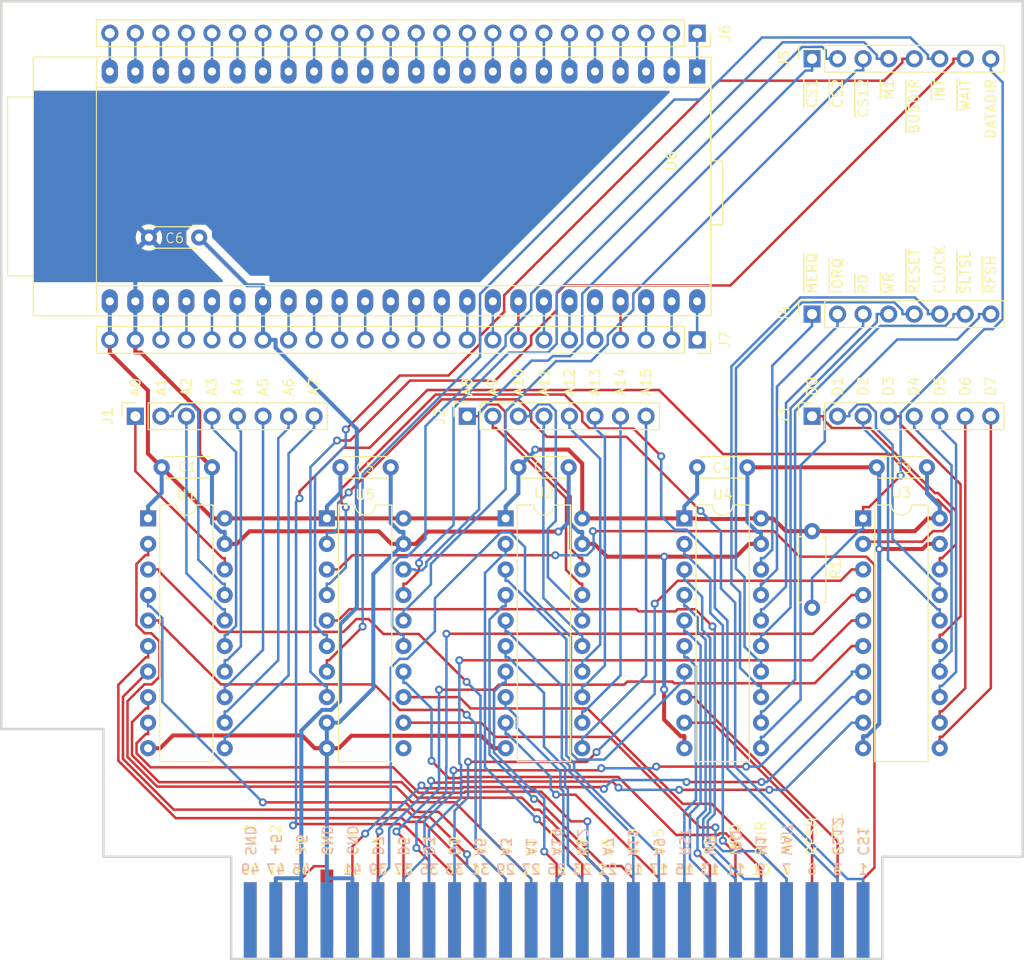
<source format=kicad_pcb>
(kicad_pcb (version 20211014) (generator pcbnew)
  (title_block (title "MSX-IDE 2021") (date "2021-08-05") (company "MSXmakers"))
  (layers (0 "F.Cu" signal "Top") (31 "B.Cu" signal "Bottom") (34 "B.Paste" user) (35 "F.Paste" user) (36 "B.SilkS" user "B.Silkscreen") (37 "F.SilkS" user "F.Silkscreen") (38 "B.Mask" user) (39 "F.Mask" user) (44 "Edge.Cuts" user))
  (net 0 "")
  (net 1 "+3.3V")
  (net 2 "GND")
  (net 3 "/A7_33")
  (net 4 "/A6_33")
  (net 5 "/A5_33")
  (net 6 "/A4_33")
  (net 7 "/A3_33")
  (net 8 "/A2_33")
  (net 9 "/A1_33")
  (net 10 "/A0_33")
  (net 11 "+5V")
  (net 12 "Net-(CON1-Pad44)")
  (net 15 "A0")
  (net 19 "MERQ")
  (net 20 "IORQ")
  (net 21 "RD")
  (net 22 "WR")
  (net 23 "RESET")
  (net 24 "CLOCK")
  (net 25 "D0")
  (net 26 "D1")
  (net 27 "D2")
  (net 28 "D3")
  (net 29 "D4")
  (net 30 "D5")
  (net 31 "D6")
  (net 32 "D7")
  (net 33 "A1")
  (net 34 "A2")
  (net 35 "A3")
  (net 36 "A4")
  (net 37 "A5")
  (net 38 "A6")
  (net 39 "A7")
  (net 40 "A9")
  (net 41 "A15")
  (net 42 "A11")
  (net 43 "A10")
  (net 44 "A12")
  (net 45 "A8")
  (net 46 "A14")
  (net 47 "A13")
  (net 48 "DATADIR_33")
  (net 49 "/A15_33")
  (net 50 "/A14_33")
  (net 51 "/A13_33")
  (net 52 "/A12_33")
  (net 53 "/A11_33")
  (net 54 "/A10_33")
  (net 55 "/A9_33")
  (net 56 "/A8_33")
  (net 57 "/D7_33")
  (net 58 "/D6_33")
  (net 59 "/D5_33")
  (net 60 "/D4_33")
  (net 61 "/D3_33")
  (net 62 "/D2_33")
  (net 63 "/D1_33")
  (net 64 "/D0_33")
  (net 65 "M1")
  (net 66 "RFSH")
  (net 67 "/RFSH_33")
  (net 68 "/M1_33")
  (net 69 "/CLOCK_33")
  (net 70 "/RESET_33")
  (net 71 "/WR_33")
  (net 72 "/RD_33")
  (net 73 "/IORQ_33")
  (net 74 "/MERQ_33")
  (net 75 "CS1")
  (net 76 "CS2")
  (net 77 "CS12")
  (net 78 "SLTSL")
  (net 79 "BUSDIR_33")
  (net 80 "INT_33")
  (net 81 "WAIT_33")
  (net 83 "WAIT")
  (net 84 "INT")
  (net 85 "BUSDIR")
  (net 86 "Net-(U6-Pad1)")
  (net 87 "Net-(U6-Pad2)")
  (net 88 "Net-(U6-Pad3)")
  (net 89 "Net-(U6-Pad4)")
  (net 90 "Net-(U6-Pad5)")
  (net 91 "Net-(U6-Pad6)")
  (net 92 "Net-(U6-Pad7)")
  (net 93 "Net-(U6-Pad8)")
  (net 94 "Net-(U6-Pad9)")
  (net 95 "Net-(U6-Pad10)")
  (net 96 "Net-(U6-Pad11)")
  (net 97 "Net-(U6-Pad12)")
  (net 98 "Net-(U6-Pad13)")
  (net 99 "Net-(U6-Pad14)")
  (net 100 "Net-(U6-Pad15)")
  (net 101 "Net-(U6-Pad16)")
  (net 102 "Net-(U6-Pad17)")
  (net 103 "Net-(U6-Pad18)")
  (net 104 "Net-(U6-Pad19)")
  (net 105 "Net-(U6-Pad20)")
  (net 106 "Net-(U6-Pad21)")
  (net 107 "Net-(U6-Pad22)")
  (net 108 "Net-(U6-Pad23)")
  (net 109 "Net-(U6-Pad24)")
  (net 110 "Net-(U6-Pad27)")
  (net 111 "Net-(U6-Pad28)")
  (net 112 "Net-(U6-Pad29)")
  (net 113 "Net-(U6-Pad30)")
  (net 114 "Net-(U6-Pad32)")
  (net 115 "Net-(U6-Pad33)")
  (net 116 "Net-(U6-Pad34)")
  (net 117 "Net-(U6-Pad35)")
  (net 118 "Net-(U6-Pad36)")
  (net 119 "Net-(U6-Pad37)")
  (net 120 "Net-(U6-Pad38)")
  (net 121 "Net-(U6-Pad39)")
  (net 122 "Net-(U6-Pad40)")
  (net 123 "Net-(U6-Pad41)")
  (net 124 "Net-(U6-Pad42)")
  (net 125 "Net-(U6-Pad43)")
  (net 126 "Net-(U6-Pad44)")
  (net 127 "Net-(U6-Pad45)")
  (net 128 "Net-(U6-Pad46)")
  (net 129 "Net-(U6-Pad47)")
  (net 130 "Net-(U6-Pad48)")
  (net 131 "/SLTSL_33")
  (net 132 "/CS12_33")
  (net 133 "/CS2_33")
  (net 134 "/CS1_33")
  (footprint "Connector_PinSocket_2.54mm:PinSocket_1x24_P2.54mm_Vertical" (layer "F.Cu") (at 125.73 81.305 -90)
    (fp_text reference "J7")
    (fp_text value "Conn_01x24")
  )
  (footprint "Mis_huellas:C_Disc_D4.3mm_W1.9mm_P5.00mm" (layer "F.Cu") (at 76.2 71.12 180)
    (fp_text reference "C6")
    (fp_text value "100n" hide)
  )
  (footprint "Mis_huellas:C_Disc_D4.3mm_W1.9mm_P5.00mm" (layer "F.Cu") (at 148.59 93.98 180)
    (fp_text reference "C3")
    (fp_text value "100n" hide)
  )
  (footprint "Mis_huellas:C_Disc_D4.3mm_W1.9mm_P5.00mm" (layer "F.Cu") (at 72.47 93.98)
    (fp_text reference "C1")
    (fp_text value "100n" hide)
  )
  (footprint "Package_DIP:DIP-20_W7.62mm" (layer "F.Cu") (at 71.12 99.06)
    (fp_text reference "U1")
    (fp_text value "SN74LVC245AN")
  )
  (footprint "Mis_huellas:CARTRIDGE_MSX_XL" (layer "F.Cu") (at 111.76 139.065)
    (fp_text reference "CON1" hide)
    (fp_text value "MSX-CONNECTOR" hide)
    (fp_line (start -55.245 -19.05) (end -55.245 -91.44) (layer "Edge.Cuts") (width 0.254))
    (fp_line (start -32.385 -6.35) (end -45.085 -6.35) (layer "Edge.Cuts") (width 0.254))
    (fp_line (start -55.245 -91.44) (end 46.355 -91.44) (layer "Edge.Cuts") (width 0.254))
    (fp_line (start 46.355 -6.35) (end 32.385 -6.35) (layer "Edge.Cuts") (width 0.254))
    (fp_line (start 32.385 3.81) (end -32.385 3.81) (layer "Edge.Cuts") (width 0.254))
    (fp_line (start -32.385 3.81) (end -32.385 -6.35) (layer "Edge.Cuts") (width 0.254))
    (fp_line (start -45.085 -19.05) (end -55.245 -19.05) (layer "Edge.Cuts") (width 0.254))
    (fp_line (start 32.385 -6.35) (end 32.385 3.81) (layer "Edge.Cuts") (width 0.254))
    (fp_line (start -45.085 -6.35) (end -45.085 -19.05) (layer "Edge.Cuts") (width 0.254))
    (fp_line (start 46.355 -91.44) (end 46.355 -6.35) (layer "Edge.Cuts") (width 0.254))
  )
  (footprint "Mis_huellas:Tang_Nano_9k" (layer "F.Cu") (at 125.73 54.61 -90)
    (fp_text reference "U6")
    (fp_text value "Tang_Nano_9k")
  )
  (footprint "Connector_PinSocket_2.54mm:PinSocket_1x24_P2.54mm_Vertical" (layer "F.Cu") (at 125.73 50.8 -90)
    (fp_text reference "J6")
    (fp_text value "Conn_01x24")
  )
  (footprint "Connector_PinSocket_2.54mm:PinSocket_1x08_P2.54mm_Vertical" (layer "F.Cu") (at 137.16 78.74 90)
    (fp_text reference "J4")
    (fp_text value "Conn_01x08")
  )
  (footprint "Package_DIP:DIP-20_W7.62mm" (layer "F.Cu") (at 124.46 99.06)
    (fp_text reference "U4")
    (fp_text value "SN74LVC245AN")
  )
  (footprint "Mis_huellas:C_Disc_D4.3mm_W1.9mm_P5.00mm" (layer "F.Cu") (at 107.95 93.98)
    (fp_text reference "C2")
    (fp_text value "100n" hide)
  )
  (footprint "Mis_huellas:C_Disc_D4.3mm_W1.9mm_P5.00mm" (layer "F.Cu") (at 90.25 93.98)
    (fp_text reference "C5")
    (fp_text value "100n" hide)
  )
  (footprint "Resistor_THT:R_Axial_DIN0207_L6.3mm_D2.5mm_P7.62mm_Horizontal" (layer "F.Cu") (at 137.16 100.33 -90)
    (fp_text reference "R1")
    (fp_text value "10k")
  )
  (footprint "Mis_huellas:C_Disc_D4.3mm_W1.9mm_P5.00mm" (layer "F.Cu") (at 125.73 93.98)
    (fp_text reference "C4")
    (fp_text value "100n" hide)
  )
  (footprint "Connector_PinSocket_2.54mm:PinSocket_1x08_P2.54mm_Vertical" (layer "F.Cu") (at 69.85 88.9 90)
    (fp_text reference "J1")
    (fp_text value "Conn_01x08")
  )
  (footprint "Connector_PinSocket_2.54mm:PinSocket_1x08_P2.54mm_Vertical" (layer "F.Cu") (at 137.16 53.34 90)
    (fp_text reference "J5")
    (fp_text value "Conn_01x08")
  )
  (footprint "Package_DIP:DIP-20_W7.62mm" (layer "F.Cu") (at 88.9 99.06)
    (fp_text reference "U5")
    (fp_text value "SN74LVC245AN")
  )
  (footprint "Package_DIP:DIP-20_W7.62mm" (layer "F.Cu") (at 142.24 99.06)
    (fp_text reference "U3")
    (fp_text value "SN74LVC245AN")
  )
  (footprint "Package_DIP:DIP-20_W7.62mm" (layer "F.Cu") (at 106.68 99.06)
    (fp_text reference "U2")
    (fp_text value "SN74LVC245AN")
  )
  (footprint "Connector_PinSocket_2.54mm:PinSocket_1x08_P2.54mm_Vertical" (layer "F.Cu") (at 102.87 88.9 90)
    (fp_text reference "J2")
    (fp_text value "Conn_01x08")
  )
  (footprint "Connector_PinSocket_2.54mm:PinSocket_1x08_P2.54mm_Vertical" (layer "F.Cu") (at 137.16 88.9 90)
    (fp_text reference "J3")
    (fp_text value "Conn_01x08")
  )
  (gr_text "1" (at 142.24 133.985) (layer "B.SilkS") (effects (font (size 1 1)) (justify mirror)))
  (gr_text "M1" (at 132.08 132.715 -90) (layer "B.SilkS") (effects (font (size 1 1)) (justify left mirror)))
  (gr_text "A5" (at 104.14 132.715 -90) (layer "B.SilkS") (effects (font (size 1 1)) (justify left mirror)))
  (gr_text "23" (at 114.3 133.985) (layer "B.SilkS") (effects (font (size 1 1)) (justify mirror)))
  (gr_text "D3" (at 99.06 132.715 -90) (layer "B.SilkS") (effects (font (size 1 1)) (justify left mirror)))
  (gr_text "+5" (at 83.82 132.715 -90) (layer "B.SilkS") (effects (font (size 1 1)) (justify left mirror)))
  (gr_text "9" (at 132.08 133.985) (layer "B.SilkS") (effects (font (size 1 1)) (justify mirror)))
  (gr_text "D5" (at 96.52 132.715 -90) (layer "B.SilkS") (effects (font (size 1 1)) (justify left mirror)))
  (gr_text "5" (at 137.16 133.985) (layer "B.SilkS") (effects (font (size 1 1)) (justify mirror)))
  (gr_text "SND" (at 81.28 132.715 -90) (layer "B.SilkS") (effects (font (size 1 1)) (justify left mirror)))
  (gr_text "A9" (at 121.92 132.715 -90) (layer "B.SilkS") (effects (font (size 1 1)) (justify left mirror)))
  (gr_text "RST" (at 124.46 132.715 -90) (layer "B.SilkS") (effects (font (size 1 1)) (justify left mirror)))
  (gr_text "CS12" (at 139.7 132.715 -90) (layer "B.SilkS") (effects (font (size 1 1)) (justify left mirror)))
  (gr_text "D1" (at 101.6 132.715 -90) (layer "B.SilkS") (effects (font (size 1 1)) (justify left mirror)))
  (gr_text "21" (at 116.84 133.985) (layer "B.SilkS") (effects (font (size 1 1)) (justify mirror)))
  (gr_text "41" (at 91.44 133.985) (layer "B.SilkS") (effects (font (size 1 1)) (justify mirror)))
  (gr_text "39" (at 93.98 133.985) (layer "B.SilkS") (effects (font (size 1 1)) (justify mirror)))
  (gr_text "WR" (at 127 132.715 -90) (layer "B.SilkS") (effects (font (size 1 1)) (justify left mirror)))
  (gr_text "3" (at 139.7 133.985) (layer "B.SilkS") (effects (font (size 1 1)) (justify mirror)))
  (gr_text "15" (at 124.46 133.985) (layer "B.SilkS") (effects (font (size 1 1)) (justify mirror)))
  (gr_text "25" (at 111.76 133.985) (layer "B.SilkS") (effects (font (size 1 1)) (justify mirror)))
  (gr_text "A3" (at 106.68 132.715 -90) (layer "B.SilkS") (effects (font (size 1 1)) (justify left mirror)))
  (gr_text "13" (at 127 133.985) (layer "B.SilkS") (effects (font (size 1 1)) (justify mirror)))
  (gr_text "GND" (at 88.9 132.715 -90) (layer "B.SilkS") (effects (font (size 1 1)) (justify left mirror)))
  (gr_text "CS1" (at 142.24 132.715 -90) (layer "B.SilkS") (effects (font (size 1 1)) (justify left mirror)))
  (gr_text "A7" (at 116.84 132.715 -90) (layer "B.SilkS") (effects (font (size 1 1)) (justify left mirror)))
  (gr_text "45" (at 86.36 133.985) (layer "B.SilkS") (effects (font (size 1 1)) (justify mirror)))
  (gr_text "7" (at 134.62 133.985) (layer "B.SilkS") (effects (font (size 1 1)) (justify mirror)))
  (gr_text "IRQ" (at 129.54 132.715 -90) (layer "B.SilkS") (effects (font (size 1 1)) (justify left mirror)))
  (gr_text "31" (at 104.14 133.985) (layer "B.SilkS") (effects (font (size 1 1)) (justify mirror)))
  (gr_text "A14" (at 111.76 132.715 -90) (layer "B.SilkS") (effects (font (size 1 1)) (justify left mirror)))
  (gr_text "A12" (at 114.3 132.715 -90) (layer "B.SilkS") (effects (font (size 1 1)) (justify left mirror)))
  (gr_text "A1" (at 109.22 132.715 -90) (layer "B.SilkS") (effects (font (size 1 1)) (justify left mirror)))
  (gr_text "GND" (at 91.44 132.715 -90) (layer "B.SilkS") (effects (font (size 1 1)) (justify left mirror)))
  (gr_text "33" (at 101.6 133.985) (layer "B.SilkS") (effects (font (size 1 1)) (justify mirror)))
  (gr_text "35" (at 99.06 133.985) (layer "B.SilkS") (effects (font (size 1 1)) (justify mirror)))
  (gr_text "37" (at 96.52 133.985) (layer "B.SilkS") (effects (font (size 1 1)) (justify mirror)))
  (gr_text "A11" (at 119.38 132.715 -90) (layer "B.SilkS") (effects (font (size 1 1)) (justify left mirror)))
  (gr_text "WAIT" (at 134.62 132.715 -90) (layer "B.SilkS") (effects (font (size 1 1)) (justify left mirror)))
  (gr_text "11" (at 129.54 133.985) (layer "B.SilkS") (effects (font (size 1 1)) (justify mirror)))
  (gr_text "47" (at 83.82 133.985) (layer "B.SilkS") (effects (font (size 1 1)) (justify mirror)))
  (gr_text "17" (at 121.92 133.985) (layer "B.SilkS") (effects (font (size 1 1)) (justify mirror)))
  (gr_text "19" (at 119.38 133.985) (layer "B.SilkS") (effects (font (size 1 1)) (justify mirror)))
  (gr_text "+5" (at 86.36 132.715 -90) (layer "B.SilkS") (effects (font (size 1 1)) (justify left mirror)))
  (gr_text "49" (at 81.28 133.985) (layer "B.SilkS") (effects (font (size 1 1)) (justify mirror)))
  (gr_text "27" (at 109.22 133.985) (layer "B.SilkS") (effects (font (size 1 1)) (justify mirror)))
  (gr_text "29" (at 106.68 133.985) (layer "B.SilkS") (effects (font (size 1 1)) (justify mirror)))
  (gr_text "D7" (at 93.98 132.715 -90) (layer "B.SilkS") (effects (font (size 1 1)) (justify left mirror)))
  (gr_text "A10" (at 107.95 86.995 90) (layer "F.SilkS") (effects (font (size 1 1)) (justify left)))
  (gr_text "D6" (at 152.4 86.995 90) (layer "F.SilkS") (effects (font (size 1 1)) (justify left)))
  (gr_text "20" (at 119.38 133.985) (layer "F.SilkS") (effects (font (size 1 1))))
  (gr_text "+12" (at 83.82 132.715 90) (layer "F.SilkS") (effects (font (size 1 1)) (justify left)))
  (gr_text "12" (at 129.54 133.985) (layer "F.SilkS") (effects (font (size 1 1))))
  (gr_text "~{RFSH}" (at 154.94 76.835 90) (layer "F.SilkS") (effects (font (size 1 1)) (justify left)))
  (gr_text "14" (at 127 133.985) (layer "F.SilkS") (effects (font (size 1 1))))
  (gr_text "42" (at 91.44 133.985) (layer "F.SilkS") (effects (font (size 1 1))))
  (gr_text "SW" (at 86.36 132.715 90) (layer "F.SilkS") (effects (font (size 1 1)) (justify left)))
  (gr_text "22" (at 116.84 133.985) (layer "F.SilkS") (effects (font (size 1 1))))
  (gr_text "D0" (at 137.16 86.995 90) (layer "F.SilkS") (effects (font (size 1 1)) (justify left)))
  (gr_text "A8" (at 114.3 132.715 90) (layer "F.SilkS") (effects (font (size 1 1)) (justify left)))
  (gr_text "D1" (at 139.7 86.995 90) (layer "F.SilkS") (effects (font (size 1 1)) (justify left)))
  (gr_text "A15" (at 121.92 132.715 90) (layer "F.SilkS") (effects (font (size 1 1)) (justify left)))
  (gr_text "-12" (at 81.28 132.715 90) (layer "F.SilkS") (effects (font (size 1 1)) (justify left)))
  (gr_text "38" (at 96.52 133.985) (layer "F.SilkS") (effects (font (size 1 1))))
  (gr_text "A15" (at 120.65 86.995 90) (layer "F.SilkS") (effects (font (size 1 1)) (justify left)))
  (gr_text "CS2" (at 142.24 132.715 90) (layer "F.SilkS") (effects (font (size 1 1)) (justify left)))
  (gr_text "DATADIR" (at 154.94 55.245 90) (layer "F.SilkS") (effects (font (size 1 1)) (justify right)))
  (gr_text "~{M1}" (at 144.78 55.245 90) (layer "F.SilkS") (effects (font (size 1 1)) (justify right)))
  (gr_text "30" (at 106.68 133.985) (layer "F.SilkS") (effects (font (size 1 1))))
  (gr_text "D4" (at 147.32 86.995 90) (layer "F.SilkS") (effects (font (size 1 1)) (justify left)))
  (gr_text "A1" (at 72.39 86.995 90) (layer "F.SilkS") (effects (font (size 1 1)) (justify left)))
  (gr_text "~{SLTSL}" (at 152.4 76.835 90) (layer "F.SilkS") (effects (font (size 1 1)) (justify left)))
  (gr_text "A8" (at 102.87 86.995 90) (layer "F.SilkS") (effects (font (size 1 1)) (justify left)))
  (gr_text "D4" (at 96.52 132.715 90) (layer "F.SilkS") (effects (font (size 1 1)) (justify left)))
  (gr_text "CLK" (at 91.44 132.715 90) (layer "F.SilkS") (effects (font (size 1 1)) (justify left)))
  (gr_text "A10" (at 119.38 132.715 90) (layer "F.SilkS") (effects (font (size 1 1)) (justify left)))
  (gr_text "~{MERQ}" (at 137.16 76.835 90) (layer "F.SilkS") (effects (font (size 1 1)) (justify left)))
  (gr_text "24" (at 114.3 133.985) (layer "F.SilkS") (effects (font (size 1 1))))
  (gr_text "CLOCK" (at 149.86 76.835 90) (layer "F.SilkS") (effects (font (size 1 1)) (justify left)))
  (gr_text "48" (at 83.82 133.985) (layer "F.SilkS") (effects (font (size 1 1))))
  (gr_text "46" (at 86.36 133.985) (layer "F.SilkS") (effects (font (size 1 1))))
  (gr_text "8" (at 134.62 133.985) (layer "F.SilkS") (effects (font (size 1 1))))
  (gr_text "34" (at 101.6 133.985) (layer "F.SilkS") (effects (font (size 1 1))))
  (gr_text "~{WR}" (at 144.78 76.835 90) (layer "F.SilkS") (effects (font (size 1 1)) (justify left)))
  (gr_text "~{CS1}" (at 137.16 55.245 90) (layer "F.SilkS") (effects (font (size 1 1)) (justify right)))
  (gr_text "BDIR" (at 132.08 132.715 90) (layer "F.SilkS") (effects (font (size 1 1)) (justify left)))
  (gr_text "D5" (at 149.86 86.995 90) (layer "F.SilkS") (effects (font (size 1 1)) (justify left)))
  (gr_text "A12" (at 113.03 86.995 90) (layer "F.SilkS") (effects (font (size 1 1)) (justify left)))
  (gr_text "28" (at 109.22 133.985) (layer "F.SilkS") (effects (font (size 1 1))))
  (gr_text "~{WAIT}" (at 152.4 55.245 90) (layer "F.SilkS") (effects (font (size 1 1)) (justify right)))
  (gr_text "~{BUSDIR}" (at 147.32 55.245 90) (layer "F.SilkS") (effects (font (size 1 1)) (justify right)))
  (gr_text "50" (at 81.28 133.985) (layer "F.SilkS") (effects (font (size 1 1))))
  (gr_text "36" (at 99.06 133.985) (layer "F.SilkS") (effects (font (size 1 1))))
  (gr_text "A13" (at 115.57 86.995 90) (layer "F.SilkS") (effects (font (size 1 1)) (justify left)))
  (gr_text "D2" (at 99.06 132.715 90) (layer "F.SilkS") (effects (font (size 1 1)) (justify left)))
  (gr_text "A3" (at 77.47 86.995 90) (layer "F.SilkS") (effects (font (size 1 1)) (justify left)))
  (gr_text "D3" (at 144.78 86.995 90) (layer "F.SilkS") (effects (font (size 1 1)) (justify left)))
  (gr_text "A13" (at 111.76 132.715 90) (layer "F.SilkS") (effects (font (size 1 1)) (justify left)))
  (gr_text "A0" (at 109.22 132.715 90) (layer "F.SilkS") (effects (font (size 1 1)) (justify left)))
  (gr_text "A6" (at 116.84 132.715 90) (layer "F.SilkS") (effects (font (size 1 1)) (justify left)))
  (gr_text "18" (at 121.92 133.985) (layer "F.SilkS") (effects (font (size 1 1))))
  (gr_text "2" (at 142.24 133.985) (layer "F.SilkS") (effects (font (size 1 1))))
  (gr_text "A0" (at 69.85 86.995 90) (layer "F.SilkS") (effects (font (size 1 1)) (justify left)))
  (gr_text "A4" (at 80.01 86.995 90) (layer "F.SilkS") (effects (font (size 1 1)) (justify left)))
  (gr_text "RD" (at 127 132.715 90) (layer "F.SilkS") (effects (font (size 1 1)) (justify left)))
  (gr_text "D2" (at 142.24 86.995 90) (layer "F.SilkS") (effects (font (size 1 1)) (justify left)))
  (gr_text "26" (at 111.76 133.985) (layer "F.SilkS") (effects (font (size 1 1))))
  (gr_text "4" (at 139.7 133.985) (layer "F.SilkS") (effects (font (size 1 1))))
  (gr_text "40" (at 93.98 133.985) (layer "F.SilkS") (effects (font (size 1 1))))
  (gr_text "INT" (at 134.62 132.715 90) (layer "F.SilkS") (effects (font (size 1 1)) (justify left)))
  (gr_text "A2" (at 74.93 86.995 90) (layer "F.SilkS") (effects (font (size 1 1)) (justify left)))
  (gr_text "~{CS12}" (at 142.24 55.245 90) (layer "F.SilkS") (effects (font (size 1 1)) (justify right)))
  (gr_text "32" (at 104.14 133.985) (layer "F.SilkS") (effects (font (size 1 1))))
  (gr_text "D7" (at 154.94 86.995 90) (layer "F.SilkS") (effects (font (size 1 1)) (justify left)))
  (gr_text "~{RESET}" (at 147.32 76.835 90) (layer "F.SilkS") (effects (font (size 1 1)) (justify left)))
  (gr_text "~{INT}" (at 149.86 55.245 90) (layer "F.SilkS") (effects (font (size 1 1)) (justify right)))
  (gr_text "SW" (at 88.9 132.715 90) (layer "F.SilkS") (effects (font (size 1 1)) (justify left)))
  (gr_text "D6" (at 93.98 132.715 90) (layer "F.SilkS") (effects (font (size 1 1)) (justify left)))
  (gr_text "A14" (at 118.11 86.995 90) (layer "F.SilkS") (effects (font (size 1 1)) (justify left)))
  (gr_text "~{CS2}" (at 139.7 55.245 90) (layer "F.SilkS") (effects (font (size 1 1)) (justify right)))
  (gr_text "RFSH" (at 137.16 132.715 90) (layer "F.SilkS") (effects (font (size 1 1)) (justify left)))
  (gr_text "A7" (at 87.63 86.995 90) (layer "F.SilkS") (effects (font (size 1 1)) (justify left)))
  (gr_text "6" (at 137.16 133.985) (layer "F.SilkS") (effects (font (size 1 1))))
  (gr_text "~{RD}" (at 142.24 76.835 90) (layer "F.SilkS") (effects (font (size 1 1)) (justify left)))
  (gr_text "A4" (at 104.14 132.715 90) (layer "F.SilkS") (effects (font (size 1 1)) (justify left)))
  (gr_text "A6" (at 85.09 86.995 90) (layer "F.SilkS") (effects (font (size 1 1)) (justify left)))
  (gr_text "~{IORQ}" (at 139.7 76.835 90) (layer "F.SilkS") (effects (font (size 1 1)) (justify left)))
  (gr_text "A2" (at 106.68 132.715 90) (layer "F.SilkS") (effects (font (size 1 1)) (justify left)))
  (gr_text "16" (at 124.46 133.985) (layer "F.SilkS") (effects (font (size 1 1))))
  (gr_text "SLTSL" (at 139.7 132.715 90) (layer "F.SilkS") (effects (font (size 1 1)) (justify left)))
  (gr_text "10" (at 132.08 133.985) (layer "F.SilkS") (effects (font (size 1 1))))
  (gr_text "D0" (at 101.6 132.715 90) (layer "F.SilkS") (effects (font (size 1 1)) (justify left)))
  (gr_text "A5" (at 82.55 86.995 90) (layer "F.SilkS") (effects (font (size 1 1)) (justify left)))
  (gr_text "MRQ" (at 129.54 132.715 90) (layer "F.SilkS") (effects (font (size 1 1)) (justify left)))
  (gr_text "A9" (at 105.41 86.995 90) (layer "F.SilkS") (effects (font (size 1 1)) (justify left)))
  (gr_text "A11" (at 110.49 86.995 90) (layer "F.SilkS") (effects (font (size 1 1)) (justify left)))
  (segment (start 72.47 93.98) (end 71.1002 92.6102) (width 0.4) (layer "F.Cu") (net 1))
  (segment (start 124.46 99.06) (end 123.2599 99.06) (width 0.4) (layer "F.Cu") (net 1))
  (segment (start 71.1002 92.6102) (end 71.1002 86.3453) (width 0.4) (layer "F.Cu") (net 1))
  (segment (start 77.5399 99.06) (end 77.5399 99.0499) (width 0.4) (layer "F.Cu") (net 1))
  (segment (start 71.1002 86.3453) (end 67.31 82.5551) (width 0.4) (layer "F.Cu") (net 1))
  (segment (start 88.9 99.06) (end 78.74 99.06) (width 0.4) (layer "F.Cu") (net 1))
  (segment (start 88.9 99.06) (end 90.1001 99.06) (width 0.4) (layer "F.Cu") (net 1))
  (segment (start 114.3 93.6045) (end 112.9125 92.217) (width 0.4) (layer "F.Cu") (net 1))
  (segment (start 112.9125 92.217) (end 109.6267 92.217) (width 0.4) (layer "F.Cu") (net 1))
  (segment (start 148.6599 99.06) (end 147.3899 100.33) (width 0.4) (layer "F.Cu") (net 1))
  (segment (start 125.6601 99.06) (end 125.7187 99.1186) (width 0.4) (layer "F.Cu") (net 1))
  (segment (start 96.52 99.06) (end 90.1001 99.06) (width 0.4) (layer "F.Cu") (net 1))
  (segment (start 132.08 99.06) (end 133.2801 99.06) (width 0.4) (layer "F.Cu") (net 1))
  (segment (start 67.31 81.305) (end 67.31 82.5551) (width 0.4) (layer "F.Cu") (net 1))
  (segment (start 149.86 99.06) (end 148.6599 99.06) (width 0.4) (layer "F.Cu") (net 1))
  (segment (start 133.2801 99.06) (end 134.5501 100.33) (width 0.4) (layer "F.Cu") (net 1))
  (segment (start 132.08 99.06) (end 130.8799 99.06) (width 0.4) (layer "F.Cu") (net 1))
  (segment (start 147.3899 100.33) (end 137.16 100.33) (width 0.4) (layer "F.Cu") (net 1))
  (segment (start 134.5501 100.33) (end 137.16 100.33) (width 0.4) (layer "F.Cu") (net 1))
  (segment (start 77.5399 99.0499) (end 72.47 93.98) (width 0.4) (layer "F.Cu") (net 1))
  (segment (start 78.74 99.06) (end 77.5399 99.06) (width 0.4) (layer "F.Cu") (net 1))
  (segment (start 124.46 99.06) (end 125.6601 99.06) (width 0.4) (layer "F.Cu") (net 1))
  (segment (start 106.68 99.06) (end 96.52 99.06) (width 0.4) (layer "F.Cu") (net 1))
  (segment (start 114.3 99.06) (end 114.3 93.6045) (width 0.4) (layer "F.Cu") (net 1))
  (segment (start 125.7187 99.1186) (end 130.8213 99.1186) (width 0.4) (layer "F.Cu") (net 1))
  (segment (start 114.3 99.06) (end 123.2599 99.06) (width 0.4) (layer "F.Cu") (net 1))
  (segment (start 130.8213 99.1186) (end 130.8799 99.06) (width 0.4) (layer "F.Cu") (net 1))
  (via (at 109.6267 92.217) (size 0.8) (drill 0.4) (layers "F.Cu" "B.Cu") (net 1))
  (segment (start 88.9 97.8599) (end 90.25 96.5099) (width 0.4) (layer "B.Cu") (net 1))
  (segment (start 148.59 96.5899) (end 148.59 93.98) (width 0.4) (layer "B.Cu") (net 1))
  (segment (start 67.31 77.47) (end 67.31 81.305) (width 0.4) (layer "B.Cu") (net 1))
  (segment (start 106.68 99.06) (end 106.68 97.8599) (width 0.4) (layer "B.Cu") (net 1))
  (segment (start 125.73 96.5899) (end 125.73 93.98) (width 0.4) (layer "B.Cu") (net 1))
  (segment (start 88.9 99.06) (end 88.9 97.8599) (width 0.4) (layer "B.Cu") (net 1))
  (segment (start 71.12 99.06) (end 71.12 97.8599) (width 0.4) (layer "B.Cu") (net 1))
  (segment (start 71.12 97.8599) (end 72.47 96.5099) (width 0.4) (layer "B.Cu") (net 1))
  (segment (start 107.95 93.98) (end 107.95 96.5899) (width 0.4) (layer "B.Cu") (net 1))
  (segment (start 149.86 99.06) (end 149.86 97.8599) (width 0.4) (layer "B.Cu") (net 1))
  (segment (start 107.95 96.5899) (end 106.68 97.8599) (width 0.4) (layer "B.Cu") (net 1))
  (segment (start 90.25 96.5099) (end 90.25 93.98) (width 0.4) (layer "B.Cu") (net 1))
  (segment (start 124.46 97.8599) (end 125.73 96.5899) (width 0.4) (layer "B.Cu") (net 1))
  (segment (start 124.46 99.06) (end 124.46 97.8599) (width 0.4) (layer "B.Cu") (net 1))
  (segment (start 109.6267 92.3033) (end 107.95 93.98) (width 0.4) (layer "B.Cu") (net 1))
  (segment (start 149.86 97.8599) (end 148.59 96.5899) (width 0.4) (layer "B.Cu") (net 1))
  (segment (start 109.6267 92.217) (end 109.6267 92.3033) (width 0.4) (layer "B.Cu") (net 1))
  (segment (start 72.47 96.5099) (end 72.47 93.98) (width 0.4) (layer "B.Cu") (net 1))
  (segment (start 79.9401 101.6) (end 81.1962 100.3439) (width 0.4) (layer "F.Cu") (net 2))
  (segment (start 72.3201 121.92) (end 73.5901 120.65) (width 0.4) (layer "F.Cu") (net 2))
  (segment (start 124.087 120.7199) (end 124.46 120.7199) (width 0.4) (layer "F.Cu") (net 2))
  (segment (start 94.0638 100.3439) (end 95.3199 101.6) (width 0.4) (layer "F.Cu") (net 2))
  (segment (start 116.7701 102.87) (end 122.4497 102.87) (width 0.4) (layer "F.Cu") (net 2))
  (segment (start 88.9 121.92) (end 90.1001 121.92) (width 0.4) (layer "F.Cu") (net 2))
  (segment (start 98.9463 100.3738) (end 111.9324 100.3738) (width 0.4) (layer "F.Cu") (net 2))
  (segment (start 129.6099 102.87) (end 130.8799 101.6) (width 0.4) (layer "F.Cu") (net 2))
  (segment (start 76.2 88.3582) (end 76.2 92.71) (width 0.4) (layer "F.Cu") (net 2))
  (segment (start 132.08 101.6) (end 130.8799 101.6) (width 0.4) (layer "F.Cu") (net 2))
  (segment (start 124.46 121.92) (end 124.46 120.7199) (width 0.4) (layer "F.Cu") (net 2))
  (segment (start 149.86 101.6) (end 148.6599 101.6) (width 0.4) (layer "F.Cu") (net 2))
  (segment (start 106.68 121.92) (end 105.4799 121.92) (width 0.4) (layer "F.Cu") (net 2))
  (segment (start 96.52 101.6) (end 97.7201 101.6) (width 0.4) (layer "F.Cu") (net 2))
  (segment (start 97.7201 101.6) (end 98.9463 100.3738) (width 0.4) (layer "F.Cu") (net 2))
  (segment (start 115.5001 101.6) (end 116.7701 102.87) (width 0.4) (layer "F.Cu") (net 2))
  (segment (start 122.4431 116.0801) (end 122.4431 119.076) (width 0.4) (layer "F.Cu") (net 2))
  (segment (start 70.3969 82.5551) (end 76.2 88.3582) (width 0.4) (layer "F.Cu") (net 2))
  (segment (start 73.5901 120.65) (end 86.4299 120.65) (width 0.4) (layer "F.Cu") (net 2))
  (segment (start 104.2442 120.6843) (end 91.3358 120.6843) (width 0.4) (layer "F.Cu") (net 2))
  (segment (start 69.85 82.5551) (end 70.3969 82.5551) (width 0.4) (layer "F.Cu") (net 2))
  (segment (start 148.158 102.1019) (end 148.6599 101.6) (width 0.4) (layer "F.Cu") (net 2))
  (segment (start 122.4431 119.076) (end 124.087 120.7199) (width 0.4) (layer "F.Cu") (net 2))
  (segment (start 114.3 101.6) (end 115.5001 101.6) (width 0.4) (layer "F.Cu") (net 2))
  (segment (start 86.4299 120.65) (end 87.6999 121.92) (width 0.4) (layer "F.Cu") (net 2))
  (segment (start 78.74 101.6) (end 79.9401 101.6) (width 0.4) (layer "F.Cu") (net 2))
  (segment (start 105.4799 121.92) (end 104.2442 120.6843) (width 0.4) (layer "F.Cu") (net 2))
  (segment (start 143.8404 102.1019) (end 148.158 102.1019) (width 0.4) (layer "F.Cu") (net 2))
  (segment (start 76.2 92.71) (end 77.47 93.98) (width 0.4) (layer "F.Cu") (net 2))
  (segment (start 91.3358 120.6843) (end 90.1001 121.92) (width 0.4) (layer "F.Cu") (net 2))
  (segment (start 130.73 93.98) (end 143.59 93.98) (width 0.4) (layer "F.Cu") (net 2))
  (segment (start 81.1962 100.3439) (end 94.0638 100.3439) (width 0.4) (layer "F.Cu") (net 2))
  (segment (start 88.9 121.92) (end 87.6999 121.92) (width 0.4) (layer "F.Cu") (net 2))
  (segment (start 69.85 81.305) (end 69.85 82.5551) (width 0.4) (layer "F.Cu") (net 2))
  (segment (start 96.52 101.6) (end 95.3199 101.6) (width 0.4) (layer "F.Cu") (net 2))
  (segment (start 71.12 121.92) (end 72.3201 121.92) (width 0.4) (layer "F.Cu") (net 2))
  (segment (start 122.4497 102.87) (end 129.6099 102.87) (width 0.4) (layer "F.Cu") (net 2))
  (via (at 122.4497 102.87) (size 0.8) (drill 0.4) (layers "F.Cu" "B.Cu") (net 2))
  (via (at 143.8404 102.1019) (size 0.8) (drill 0.4) (layers "F.Cu" "B.Cu") (net 2))
  (via (at 111.9324 100.3738) (size 0.8) (drill 0.4) (layers "F.Cu" "B.Cu") (net 2))
  (via (at 122.4431 116.0801) (size 0.8) (drill 0.4) (layers "F.Cu" "B.Cu") (net 2))
  (segment (start 143.59 93.98) (end 143.8404 94.2304) (width 0.4) (layer "B.Cu") (net 2))
  (segment (start 143.8404 94.2304) (end 143.8404 102.1019) (width 0.4) (layer "B.Cu") (net 2))
  (segment (start 88.9 121.92) (end 88.9 134.8549) (width 0.4) (layer "B.Cu") (net 2))
  (segment (start 122.4431 116.0801) (end 122.4497 116.0735) (width 0.4) (layer "B.Cu") (net 2))
  (segment (start 114.3 101.6) (end 114.3 100.3999) (width 0.4) (layer "B.Cu") (net 2))
  (segment (start 132.08 101.6) (end 132.08 100.3999) (width 0.4) (layer "B.Cu") (net 2))
  (segment (start 88.9 139.065) (end 88.9 134.8549) (width 0.4) (layer "B.Cu") (net 2))
  (segment (start 112.95 93.98) (end 112.95 99.4229) (width 0.4) (layer "B.Cu") (net 2))
  (segment (start 88.9 119.38) (end 88.9 121.92) (width 0.4) (layer "B.Cu") (net 2))
  (segment (start 78.367 100.3999) (end 78.74 100.3999) (width 0.4) (layer "B.Cu") (net 2))
  (segment (start 122.4497 116.0735) (end 122.4497 102.87) (width 0.4) (layer "B.Cu") (net 2))
  (segment (start 91.44 139.065) (end 91.44 134.8549) (width 0.4) (layer "B.Cu") (net 2))
  (segment (start 112.95 99.4229) (end 111.9991 100.3738) (width 0.4) (layer "B.Cu") (net 2))
  (segment (start 93.5181 115.962) (end 90.1001 119.38) (width 0.4) (layer "B.Cu") (net 2))
  (segment (start 78.74 101.6) (end 78.74 100.3999) (width 0.4) (layer "B.Cu") (net 2))
  (segment (start 142.24 121.92) (end 142.24 120.7199) (width 0.4) (layer "B.Cu") (net 2))
  (segment (start 77.47 93.98) (end 77.47 99.5029) (width 0.4) (layer "B.Cu") (net 2))
  (segment (start 69.85 77.47) (end 69.85 81.305) (width 0.4) (layer "B.Cu") (net 2))
  (segment (start 131.705 100.3999) (end 130.73 99.4249) (width 0.4) (layer "B.Cu") (net 2))
  (segment (start 91.44 134.8549) (end 88.9 134.8549) (width 0.4) (layer "B.Cu") (net 2))
  (segment (start 143.8404 102.1019) (end 143.8404 119.4925) (width 0.4) (layer "B.Cu") (net 2))
  (segment (start 132.08 100.3999) (end 131.705 100.3999) (width 0.4) (layer "B.Cu") (net 2))
  (segment (start 93.5181 104.6019) (end 93.5181 115.962) (width 0.4) (layer "B.Cu") (net 2))
  (segment (start 95.25 99.5029) (end 96.147 100.3999) (width 0.4) (layer "B.Cu") (net 2))
  (segment (start 88.9 119.38) (end 90.1001 119.38) (width 0.4) (layer "B.Cu") (net 2))
  (segment (start 95.25 93.98) (end 95.25 99.5029) (width 0.4) (layer "B.Cu") (net 2))
  (segment (start 96.147 100.3999) (end 96.52 100.3999) (width 0.4) (layer "B.Cu") (net 2))
  (segment (start 142.613 120.7199) (end 142.24 120.7199) (width 0.4) (layer "B.Cu") (net 2))
  (segment (start 143.8404 119.4925) (end 142.613 120.7199) (width 0.4) (layer "B.Cu") (net 2))
  (segment (start 77.47 99.5029) (end 78.367 100.3999) (width 0.4) (layer "B.Cu") (net 2))
  (segment (start 96.52 101.6) (end 93.5181 104.6019) (width 0.4) (layer "B.Cu") (net 2))
  (segment (start 69.93 72.39) (end 71.2 71.12) (width 0.4) (layer "B.Cu") (net 2))
  (segment (start 112.95 99.4229) (end 113.927 100.3999) (width 0.4) (layer "B.Cu") (net 2))
  (segment (start 130.73 99.4249) (end 130.73 93.98) (width 0.4) (layer "B.Cu") (net 2))
  (segment (start 69.85 72.39) (end 69.93 72.39) (width 0.4) (layer "B.Cu") (net 2))
  (segment (start 69.85 77.47) (end 69.85 72.39) (width 0.4) (layer "B.Cu") (net 2))
  (segment (start 113.927 100.3999) (end 114.3 100.3999) (width 0.4) (layer "B.Cu") (net 2))
  (segment (start 111.9991 100.3738) (end 111.9324 100.3738) (width 0.4) (layer "B.Cu") (net 2))
  (segment (start 96.52 101.6) (end 96.52 100.3999) (width 0.4) (layer "B.Cu") (net 2))
  (segment (start 85.0935 114.6745) (end 78.9731 120.7949) (width 0.25) (layer "B.Cu") (net 3))
  (segment (start 78.9731 120.7949) (end 78.74 120.7949) (width 0.25) (layer "B.Cu") (net 3))
  (segment (start 78.74 121.92) (end 78.74 120.7949) (width 0.25) (layer "B.Cu") (net 3))
  (segment (start 87.63 90.0751) (end 85.0935 92.6116) (width 0.25) (layer "B.Cu") (net 3))
  (segment (start 85.0935 92.6116) (end 85.0935 114.6745) (width 0.25) (layer "B.Cu") (net 3))
  (segment (start 87.63 88.9) (end 87.63 90.0751) (width 0.25) (layer "B.Cu") (net 3))
  (segment (start 84.065 91.1001) (end 84.065 113.163) (width 0.25) (layer "B.Cu") (net 4))
  (segment (start 85.09 90.0751) (end 84.065 91.1001) (width 0.25) (layer "B.Cu") (net 4))
  (segment (start 78.74 119.38) (end 78.74 118.2549) (width 0.25) (layer "B.Cu") (net 4))
  (segment (start 84.065 113.163) (end 78.9731 118.2549) (width 0.25) (layer "B.Cu") (net 4))
  (segment (start 85.09 88.9) (end 85.09 90.0751) (width 0.25) (layer "B.Cu") (net 4))
  (segment (start 78.9731 118.2549) (end 78.74 118.2549) (width 0.25) (layer "B.Cu") (net 4))
  (segment (start 82.55 88.9) (end 82.55 112.138) (width 0.25) (layer "B.Cu") (net 5))
  (segment (start 82.55 112.138) (end 78.9731 115.7149) (width 0.25) (layer "B.Cu") (net 5))
  (segment (start 78.9731 115.7149) (end 78.74 115.7149) (width 0.25) (layer "B.Cu") (net 5))
  (segment (start 78.74 116.84) (end 78.74 115.7149) (width 0.25) (layer "B.Cu") (net 5))
  (segment (start 80.01 88.9) (end 80.01 90.0751) (width 0.25) (layer "B.Cu") (net 6))
  (segment (start 80.3472 90.4123) (end 80.3472 111.8008) (width 0.25) (layer "B.Cu") (net 6))
  (segment (start 80.01 90.0751) (end 80.3472 90.4123) (width 0.25) (layer "B.Cu") (net 6))
  (segment (start 80.3472 111.8008) (end 78.9731 113.1749) (width 0.25) (layer "B.Cu") (net 6))
  (segment (start 78.9731 113.1749) (end 78.74 113.1749) (width 0.25) (layer "B.Cu") (net 6))
  (segment (start 78.74 114.3) (end 78.74 113.1749) (width 0.25) (layer "B.Cu") (net 6))
  (segment (start 77.47 88.9) (end 77.47 90.0751) (width 0.25) (layer "B.Cu") (net 7))
  (segment (start 79.8687 92.4738) (end 79.8687 109.7393) (width 0.25) (layer "B.Cu") (net 7))
  (segment (start 78.9731 110.6349) (end 78.74 110.6349) (width 0.25) (layer "B.Cu") (net 7))
  (segment (start 79.8687 109.7393) (end 78.9731 110.6349) (width 0.25) (layer "B.Cu") (net 7))
  (segment (start 77.47 90.0751) (end 79.8687 92.4738) (width 0.25) (layer "B.Cu") (net 7))
  (segment (start 78.74 111.76) (end 78.74 110.6349) (width 0.25) (layer "B.Cu") (net 7))
  (segment (start 78.5068 108.0949) (end 78.74 108.0949) (width 0.25) (layer "B.Cu") (net 8))
  (segment (start 74.93 104.5181) (end 78.5068 108.0949) (width 0.25) (layer "B.Cu") (net 8))
  (segment (start 78.74 109.22) (end 78.74 108.0949) (width 0.25) (layer "B.Cu") (net 8))
  (segment (start 74.93 88.9) (end 74.93 104.5181) (width 0.25) (layer "B.Cu") (net 8))
  (segment (start 72.39 88.9) (end 73.5651 88.9) (width 0.25) (layer "B.Cu") (net 9))
  (segment (start 73.5651 88.9) (end 73.5651 88.5328) (width 0.25) (layer "B.Cu") (net 9))
  (segment (start 75.4047 87.688) (end 76.1147 88.398) (width 0.25) (layer "B.Cu") (net 9))
  (segment (start 74.4099 87.688) (end 75.4047 87.688) (width 0.25) (layer "B.Cu") (net 9))
  (segment (start 78.5068 105.5549) (end 78.74 105.5549) (width 0.25) (layer "B.Cu") (net 9))
  (segment (start 76.1147 103.1628) (end 78.5068 105.5549) (width 0.25) (layer "B.Cu") (net 9))
  (segment (start 73.5651 88.5328) (end 74.4099 87.688) (width 0.25) (layer "B.Cu") (net 9))
  (segment (start 76.1147 88.398) (end 76.1147 103.1628) (width 0.25) (layer "B.Cu") (net 9))
  (segment (start 78.74 106.68) (end 78.74 105.5549) (width 0.25) (layer "B.Cu") (net 9))
  (segment (start 69.85 94.3581) (end 78.5068 103.0149) (width 0.25) (layer "F.Cu") (net 10))
  (segment (start 78.5068 103.0149) (end 78.74 103.0149) (width 0.25) (layer "F.Cu") (net 10))
  (segment (start 69.85 88.9) (end 69.85 94.3581) (width 0.25) (layer "F.Cu") (net 10))
  (segment (start 78.74 104.14) (end 78.74 103.0149) (width 0.25) (layer "F.Cu") (net 10))
  (segment (start 82.55 81.305) (end 83.8001 81.305) (width 0.4) (layer "B.Cu") (net 11))
  (segment (start 83.82 139.065) (end 83.82 134.8549) (width 0.4) (layer "B.Cu") (net 11))
  (segment (start 82.55 77.47) (end 82.55 75.8699) (width 0.4) (layer "B.Cu") (net 11))
  (segment (start 90.2245 117.2188) (end 90.2245 109.5928) (width 0.4) (layer "B.Cu") (net 11))
  (segment (start 83.8001 82.0938) (end 83.8001 81.305) (width 0.4) (layer "B.Cu") (net 11))
  (segment (start 91.8802 107.9371) (end 91.8802 90.1739) (width 0.4) (layer "B.Cu") (net 11))
  (segment (start 82.55 75.8699) (end 80.9499 75.8699) (width 0.4) (layer "B.Cu") (net 11))
  (segment (start 82.55 77.47) (end 82.55 81.305) (width 0.4) (layer "B.Cu") (net 11))
  (segment (start 86.36 139.065) (end 86.36 134.8549) (width 0.4) (layer "B.Cu") (net 11))
  (segment (start 83.82 134.8549) (end 86.36 134.8549) (width 0.4) (layer "B.Cu") (net 11))
  (segment (start 80.9499 75.8699) (end 76.2 71.12) (width 0.4) (layer "B.Cu") (net 11))
  (segment (start 89.3333 118.11) (end 90.2245 117.2188) (width 0.4) (layer "B.Cu") (net 11))
  (segment (start 86.36 134.8549) (end 86.36 120.1644) (width 0.4) (layer "B.Cu") (net 11))
  (segment (start 86.36 120.1644) (end 88.4144 118.11) (width 0.4) (layer "B.Cu") (net 11))
  (segment (start 88.4144 118.11) (end 89.3333 118.11) (width 0.4) (layer "B.Cu") (net 11))
  (segment (start 91.8802 90.1739) (end 83.8001 82.0938) (width 0.4) (layer "B.Cu") (net 11))
  (segment (start 90.2245 109.5928) (end 91.8802 107.9371) (width 0.4) (layer "B.Cu") (net 11))
  (segment (start 87.6168 133.6599) (end 88.9 133.6599) (width 0.25) (layer "F.Cu") (net 12))
  (segment (start 86.36 134.9167) (end 87.6168 133.6599) (width 0.25) (layer "F.Cu") (net 12))
  (segment (start 86.36 139.065) (end 86.36 134.9167) (width 0.25) (layer "F.Cu") (net 12))
  (segment (start 88.9 137.795) (end 88.9 133.6599) (width 0.25) (layer "F.Cu") (net 12))
  (segment (start 72.246 114.8148) (end 72.246 111.2921) (width 0.25) (layer "F.Cu") (net 15))
  (segment (start 69.9593 103.6045) (end 70.8387 102.7251) (width 0.25) (layer "F.Cu") (net 15))
  (segment (start 72.246 111.2921) (end 71.4447 110.4908) (width 0.25) (layer "F.Cu") (net 15))
  (segment (start 71.12 101.6) (end 71.12 102.7251) (width 0.25) (layer "F.Cu") (net 15))
  (segment (start 95.7832 125.742) (end 72.0179 125.742) (width 0.25) (layer "F.Cu") (net 15))
  (segment (start 97.3327 127.2915) (end 95.7832 125.742) (width 0.25) (layer "F.Cu") (net 15))
  (segment (start 72.0179 125.742) (end 69.0703 122.7944) (width 0.25) (layer "F.Cu") (net 15))
  (segment (start 70.7427 115.57) (end 71.4908 115.57) (width 0.25) (layer "F.Cu") (net 15))
  (segment (start 69.9593 109.6667) (end 69.9593 103.6045) (width 0.25) (layer "F.Cu") (net 15))
  (segment (start 109.22 139.065) (end 109.22 134.8955) (width 0.25) (layer "F.Cu") (net 15))
  (segment (start 71.4447 110.4908) (end 70.7834 110.4908) (width 0.25) (layer "F.Cu") (net 15))
  (segment (start 69.0703 117.2424) (end 70.7427 115.57) (width 0.25) (layer "F.Cu") (net 15))
  (segment (start 71.4908 115.57) (end 72.246 114.8148) (width 0.25) (layer "F.Cu") (net 15))
  (segment (start 101.616 127.2915) (end 97.3327 127.2915) (width 0.25) (layer "F.Cu") (net 15))
  (segment (start 70.7834 110.4908) (end 69.9593 109.6667) (width 0.25) (layer "F.Cu") (net 15))
  (segment (start 69.0703 122.7944) (end 69.0703 117.2424) (width 0.25) (layer "F.Cu") (net 15))
  (segment (start 109.22 134.8955) (end 101.616 127.2915) (width 0.25) (layer "F.Cu") (net 15))
  (segment (start 70.8387 102.7251) (end 71.12 102.7251) (width 0.25) (layer "F.Cu") (net 15))
  (segment (start 129.54 132.3725) (end 128.2831 131.1156) (width 0.25) (layer "F.Cu") (net 19))
  (segment (start 129.54 139.065) (end 129.54 132.3725) (width 0.25) (layer "F.Cu") (net 19))
  (via (at 128.2831 131.1156) (size 0.8) (drill 0.4) (layers "F.Cu" "B.Cu") (net 19))
  (segment (start 128.2831 109.7183) (end 128.2831 131.1156) (width 0.25) (layer "B.Cu") (net 19))
  (segment (start 124.6929 102.7251) (end 127.0403 105.0725) (width 0.25) (layer "B.Cu") (net 19))
  (segment (start 124.46 102.7251) (end 124.6929 102.7251) (width 0.25) (layer "B.Cu") (net 19))
  (segment (start 127.0403 108.4755) (end 128.2831 109.7183) (width 0.25) (layer "B.Cu") (net 19))
  (segment (start 127.0403 105.0725) (end 127.0403 108.4755) (width 0.25) (layer "B.Cu") (net 19))
  (segment (start 124.46 101.6) (end 124.46 102.7251) (width 0.25) (layer "B.Cu") (net 19))
  (segment (start 126.2341 106.8602) (end 126.2341 110.1526) (width 0.25) (layer "B.Cu") (net 20))
  (segment (start 129.54 139.065) (end 129.54 134.9299) (width 0.25) (layer "B.Cu") (net 20))
  (segment (start 124.46 105.2651) (end 124.639 105.2651) (width 0.25) (layer "B.Cu") (net 20))
  (segment (start 126.3388 131.7287) (end 129.54 134.9299) (width 0.25) (layer "B.Cu") (net 20))
  (segment (start 126.2341 110.1526) (end 127.0277 110.9462) (width 0.25) (layer "B.Cu") (net 20))
  (segment (start 127.0277 110.9462) (end 127.0277 128.2765) (width 0.25) (layer "B.Cu") (net 20))
  (segment (start 124.639 105.2651) (end 126.2341 106.8602) (width 0.25) (layer "B.Cu") (net 20))
  (segment (start 124.46 104.14) (end 124.46 105.2651) (width 0.25) (layer "B.Cu") (net 20))
  (segment (start 127.0277 128.2765) (end 126.3388 128.9654) (width 0.25) (layer "B.Cu") (net 20))
  (segment (start 126.3388 128.9654) (end 126.3388 131.7287) (width 0.25) (layer "B.Cu") (net 20))
  (segment (start 127 133.6001) (end 125.7643 132.3644) (width 0.25) (layer "F.Cu") (net 21))
  (segment (start 127 139.065) (end 127 133.6001) (width 0.25) (layer "F.Cu") (net 21))
  (via (at 125.7643 132.3644) (size 0.8) (drill 0.4) (layers "F.Cu" "B.Cu") (net 21))
  (segment (start 124.46 106.68) (end 124.46 107.8051) (width 0.25) (layer "B.Cu") (net 21))
  (segment (start 124.6559 107.8051) (end 125.784 108.9332) (width 0.25) (layer "B.Cu") (net 21))
  (segment (start 126.5735 128.0941) (end 125.7643 128.9033) (width 0.25) (layer "B.Cu") (net 21))
  (segment (start 125.784 108.9332) (end 125.784 110.3392) (width 0.25) (layer "B.Cu") (net 21))
  (segment (start 124.46 107.8051) (end 124.6559 107.8051) (width 0.25) (layer "B.Cu") (net 21))
  (segment (start 125.7643 128.9033) (end 125.7643 132.3644) (width 0.25) (layer "B.Cu") (net 21))
  (segment (start 126.5735 111.1287) (end 126.5735 128.0941) (width 0.25) (layer "B.Cu") (net 21))
  (segment (start 125.784 110.3392) (end 126.5735 111.1287) (width 0.25) (layer "B.Cu") (net 21))
  (segment (start 126.0727 111.7103) (end 126.0727 127.3715) (width 0.25) (layer "B.Cu") (net 22))
  (segment (start 125.0153 132.9452) (end 127 134.9299) (width 0.25) (layer "B.Cu") (net 22))
  (segment (start 125.0153 128.4289) (end 125.0153 132.9452) (width 0.25) (layer "B.Cu") (net 22))
  (segment (start 126.0727 127.3715) (end 125.0153 128.4289) (width 0.25) (layer "B.Cu") (net 22))
  (segment (start 124.46 110.3451) (end 124.7075 110.3451) (width 0.25) (layer "B.Cu") (net 22))
  (segment (start 124.7075 110.3451) (end 126.0727 111.7103) (width 0.25) (layer "B.Cu") (net 22))
  (segment (start 124.46 109.22) (end 124.46 110.3451) (width 0.25) (layer "B.Cu") (net 22))
  (segment (start 127 139.065) (end 127 134.9299) (width 0.25) (layer "B.Cu") (net 22))
  (segment (start 124.46 112.8851) (end 124.7414 112.8851) (width 0.25) (layer "B.Cu") (net 23))
  (segment (start 124.7414 112.8851) (end 125.6094 113.7531) (width 0.25) (layer "B.Cu") (net 23))
  (segment (start 125.6094 127.0619) (end 124.46 128.2113) (width 0.25) (layer "B.Cu") (net 23))
  (segment (start 124.46 139.065) (end 124.46 134.9299) (width 0.25) (layer "B.Cu") (net 23))
  (segment (start 125.6094 113.7531) (end 125.6094 127.0619) (width 0.25) (layer "B.Cu") (net 23))
  (segment (start 124.46 128.2113) (end 124.46 134.9299) (width 0.25) (layer "B.Cu") (net 23))
  (segment (start 124.46 111.76) (end 124.46 112.8851) (width 0.25) (layer "B.Cu") (net 23))
  (segment (start 91.44 139.065) (end 91.44 131.6915) (width 0.25) (layer "F.Cu") (net 24))
  (segment (start 91.44 131.6915) (end 92.71 130.4215) (width 0.25) (layer "F.Cu") (net 24))
  (via (at 92.71 130.4215) (size 0.8) (drill 0.4) (layers "F.Cu" "B.Cu") (net 24))
  (segment (start 124.46 114.3) (end 124.46 115.4251) (width 0.25) (layer "B.Cu") (net 24))
  (segment (start 96.9096 113.03) (end 96.1346 113.03) (width 0.25) (layer "B.Cu") (net 24))
  (segment (start 113.8342 123.0463) (end 113.1748 122.3869) (width 0.25) (layer "B.Cu") (net 24))
  (segment (start 106.2021 100.4483) (end 99.6453 107.0051) (width 0.25) (layer "B.Cu") (net 24))
  (segment (start 107.1306 100.4483) (end 106.2021 100.4483) (width 0.25) (layer "B.Cu") (net 24))
  (segment (start 108.6086 101.9263) (end 107.1306 100.4483) (width 0.25) (layer "B.Cu") (net 24))
  (segment (start 113.1748 110.8467) (end 108.6086 106.2805) (width 0.25) (layer "B.Cu") (net 24))
  (segment (start 113.1748 122.3869) (end 113.1748 110.8467) (width 0.25) (layer "B.Cu") (net 24))
  (segment (start 108.6086 106.2805) (end 108.6086 101.9263) (width 0.25) (layer "B.Cu") (net 24))
  (segment (start 95.2492 113.9154) (end 95.2492 127.8823) (width 0.25) (layer "B.Cu") (net 24))
  (segment (start 99.6453 110.2943) (end 96.9096 113.03) (width 0.25) (layer "B.Cu") (net 24))
  (segment (start 95.2492 127.8823) (end 92.71 130.4215) (width 0.25) (layer "B.Cu") (net 24))
  (segment (start 124.13 115.4251) (end 116.5088 123.0463) (width 0.25) (layer "B.Cu") (net 24))
  (segment (start 99.6453 107.0051) (end 99.6453 110.2943) (width 0.25) (layer "B.Cu") (net 24))
  (segment (start 116.5088 123.0463) (end 113.8342 123.0463) (width 0.25) (layer "B.Cu") (net 24))
  (segment (start 124.46 115.4251) (end 124.13 115.4251) (width 0.25) (layer "B.Cu") (net 24))
  (segment (start 96.1346 113.03) (end 95.2492 113.9154) (width 0.25) (layer "B.Cu") (net 24))
  (segment (start 86.1796 96.3808) (end 86.1796 97.0549) (width 0.25) (layer "F.Cu") (net 25))
  (segment (start 149.6582 97.2158) (end 149.4193 97.2158) (width 0.25) (layer "F.Cu") (net 25))
  (segment (start 150.9978 98.5554) (end 149.6582 97.2158) (width 0.25) (layer "F.Cu") (net 25))
  (segment (start 96.705 129.6901) (end 101.6 134.5851) (width 0.25) (layer "F.Cu") (net 25))
  (segment (start 150.1881 100.33) (end 150.9978 99.5203) (width 0.25) (layer "F.Cu") (net 25))
  (segment (start 85.6781 129.465) (end 96.1066 129.465) (width 0.25) (layer "F.Cu") (net 25))
  (segment (start 96.3317 129.6901) (end 96.705 129.6901) (width 0.25) (layer "F.Cu") (net 25))
  (segment (start 142.4633 101.3767) (end 148.1404 101.3767) (width 0.25) (layer "F.Cu") (net 25))
  (segment (start 101.6 134.5851) (end 101.6 139.065) (width 0.25) (layer "F.Cu") (net 25))
  (segment (start 90.522 92.0384) (end 86.1796 96.3808) (width 0.25) (layer "F.Cu") (net 25))
  (segment (start 121.9386 86.2924) (end 98.8919 86.2924) (width 0.25) (layer "F.Cu") (net 25))
  (segment (start 96.1066 129.465) (end 96.3317 129.6901) (width 0.25) (layer "F.Cu") (net 25))
  (segment (start 93.1459 92.0384) (end 90.522 92.0384) (width 0.25) (layer "F.Cu") (net 25))
  (segment (start 144.863 92.6595) (end 128.3057 92.6595) (width 0.25) (layer "F.Cu") (net 25))
  (segment (start 98.8919 86.2924) (end 93.1459 92.0384) (width 0.25) (layer "F.Cu") (net 25))
  (segment (start 149.4193 97.2158) (end 144.863 92.6595) (width 0.25) (layer "F.Cu") (net 25))
  (segment (start 148.1404 101.3767) (end 149.1871 100.33) (width 0.25) (layer "F.Cu") (net 25))
  (segment (start 150.9978 99.5203) (end 150.9978 98.5554) (width 0.25) (layer "F.Cu") (net 25))
  (segment (start 85.5391 129.604) (end 85.6781 129.465) (width 0.25) (layer "F.Cu") (net 25))
  (segment (start 128.3057 92.6595) (end 121.9386 86.2924) (width 0.25) (layer "F.Cu") (net 25))
  (segment (start 149.1871 100.33) (end 150.1881 100.33) (width 0.25) (layer "F.Cu") (net 25))
  (segment (start 142.24 101.6) (end 142.4633 101.3767) (width 0.25) (layer "F.Cu") (net 25))
  (via (at 86.1796 97.0549) (size 0.8) (drill 0.4) (layers "F.Cu" "B.Cu") (net 25))
  (via (at 85.5391 129.604) (size 0.8) (drill 0.4) (layers "F.Cu" "B.Cu") (net 25))
  (segment (start 85.8348 129.3083) (end 85.5391 129.604) (width 0.25) (layer "B.Cu") (net 25))
  (segment (start 85.8348 97.3997) (end 85.8348 129.3083) (width 0.25) (layer "B.Cu") (net 25))
  (segment (start 86.1796 97.0549) (end 85.8348 97.3997) (width 0.25) (layer "B.Cu") (net 25))
  (segment (start 115.7241 122.3107) (end 114.7623 123.2725) (width 0.25) (layer "F.Cu") (net 26))
  (segment (start 102.9433 123.2725) (end 102.9433 123.2726) (width 0.25) (layer "F.Cu") (net 26))
  (segment (start 142.24 104.14) (end 141.1149 104.14) (width 0.25) (layer "F.Cu") (net 26))
  (segment (start 123.7966 105.2651) (end 121.5124 107.5493) (width 0.25) (layer "F.Cu") (net 26))
  (segment (start 114.7623 123.2725) (end 102.9433 123.2725) (width 0.25) (layer "F.Cu") (net 26))
  (segment (start 141.1149 104.14) (end 139.9898 105.2651) (width 0.25) (layer "F.Cu") (net 26))
  (segment (start 139.9898 105.2651) (end 123.7966 105.2651) (width 0.25) (layer "F.Cu") (net 26))
  (via (at 115.7241 122.3107) (size 0.8) (drill 0.4) (layers "F.Cu" "B.Cu") (net 26))
  (via (at 102.9433 123.2726) (size 0.8) (drill 0.4) (layers "F.Cu" "B.Cu") (net 26))
  (via (at 121.5124 107.5493) (size 0.8) (drill 0.4) (layers "F.Cu" "B.Cu") (net 26))
  (segment (start 121.5124 107.5493) (end 121.5124 116.5224) (width 0.25) (layer "B.Cu") (net 26))
  (segment (start 102.9433 126.8068) (end 102.9433 123.2726) (width 0.25) (layer "B.Cu") (net 26))
  (segment (start 121.5124 116.5224) (end 115.7241 122.3107) (width 0.25) (layer "B.Cu") (net 26))
  (segment (start 101.6 134.9299) (end 101.6 128.1501) (width 0.25) (layer "B.Cu") (net 26))
  (segment (start 101.6 128.1501) (end 102.9433 126.8068) (width 0.25) (layer "B.Cu") (net 26))
  (segment (start 101.6 139.065) (end 101.6 134.9299) (width 0.25) (layer "B.Cu") (net 26))
  (segment (start 142.24 106.68) (end 141.1149 106.68) (width 0.25) (layer "F.Cu") (net 27))
  (segment (start 99.06 139.065) (end 99.06 133.1001) (width 0.25) (layer "F.Cu") (net 27))
  (segment (start 137.2581 110.5368) (end 100.7932 110.5368) (width 0.25) (layer "F.Cu") (net 27))
  (segment (start 99.06 133.1001) (end 97.8084 131.8485) (width 0.25) (layer "F.Cu") (net 27))
  (segment (start 100.7932 110.5368) (end 100.7932 110.5369) (width 0.25) (layer "F.Cu") (net 27))
  (segment (start 141.1149 106.68) (end 137.2581 110.5368) (width 0.25) (layer "F.Cu") (net 27))
  (via (at 100.7932 110.5369) (size 0.8) (drill 0.4) (layers "F.Cu" "B.Cu") (net 27))
  (via (at 97.8084 131.8485) (size 0.8) (drill 0.4) (layers "F.Cu" "B.Cu") (net 27))
  (segment (start 100.7704 126.3565) (end 97.8084 129.3185) (width 0.25) (layer "B.Cu") (net 27))
  (segment (start 100.7932 110.5369) (end 100.7932 123.7946) (width 0.25) (layer "B.Cu") (net 27))
  (segment (start 100.7932 123.7946) (end 100.7704 123.8174) (width 0.25) (layer "B.Cu") (net 27))
  (segment (start 97.8084 129.3185) (end 97.8084 131.8485) (width 0.25) (layer "B.Cu") (net 27))
  (segment (start 100.7704 123.8174) (end 100.7704 126.3565) (width 0.25) (layer "B.Cu") (net 27))
  (segment (start 142.24 109.22) (end 141.1149 109.22) (width 0.25) (layer "F.Cu") (net 28))
  (segment (start 137.1601 113.1748) (end 102.0755 113.1748) (width 0.25) (layer "F.Cu") (net 28))
  (segment (start 141.1149 109.22) (end 137.1601 113.1748) (width 0.25) (layer "F.Cu") (net 28))
  (via (at 102.0755 113.1748) (size 0.8) (drill 0.4) (layers "F.Cu" "B.Cu") (net 28))
  (segment (start 99.06 130.0535) (end 102.2507 126.8628) (width 0.25) (layer "B.Cu") (net 28))
  (segment (start 102.2507 123.6057) (end 102.0755 123.4305) (width 0.25) (layer "B.Cu") (net 28))
  (segment (start 102.0755 123.4305) (end 102.0755 113.1748) (width 0.25) (layer "B.Cu") (net 28))
  (segment (start 99.06 139.065) (end 99.06 134.9299) (width 0.25) (layer "B.Cu") (net 28))
  (segment (start 102.2507 126.8628) (end 102.2507 123.6057) (width 0.25) (layer "B.Cu") (net 28))
  (segment (start 99.06 134.9299) (end 99.06 130.0535) (width 0.25) (layer "B.Cu") (net 28))
  (segment (start 100.0566 116.1021) (end 100.0566 116.1022) (width 0.25) (layer "F.Cu") (net 29))
  (segment (start 96.52 134.9299) (end 96.52 130.904) (width 0.25) (layer "F.Cu") (net 29))
  (segment (start 142.24 111.76) (end 141.1149 111.76) (width 0.25) (layer "F.Cu") (net 29))
  (segment (start 106.0052 115.5999) (end 105.503 116.1021) (width 0.25) (layer "F.Cu") (net 29))
  (segment (start 96.52 130.904) (end 95.8215 130.2055) (width 0.25) (layer "F.Cu") (net 29))
  (segment (start 105.503 116.1021) (end 100.0566 116.1021) (width 0.25) (layer "F.Cu") (net 29))
  (segment (start 118.4698 115.5999) (end 106.0052 115.5999) (width 0.25) (layer "F.Cu") (net 29))
  (segment (start 123.4423 115.4624) (end 123.275 115.2951) (width 0.25) (layer "F.Cu") (net 29))
  (segment (start 96.52 139.065) (end 96.52 134.9299) (width 0.25) (layer "F.Cu") (net 29))
  (segment (start 123.275 115.2951) (end 118.7746 115.2951) (width 0.25) (layer "F.Cu") (net 29))
  (segment (start 118.7746 115.2951) (end 118.4698 115.5999) (width 0.25) (layer "F.Cu") (net 29))
  (segment (start 141.1149 111.76) (end 137.4125 115.4624) (width 0.25) (layer "F.Cu") (net 29))
  (segment (start 137.4125 115.4624) (end 123.4423 115.4624) (width 0.25) (layer "F.Cu") (net 29))
  (via (at 95.8215 130.2055) (size 0.8) (drill 0.4) (layers "F.Cu" "B.Cu") (net 29))
  (via (at 100.0566 116.1022) (size 0.8) (drill 0.4) (layers "F.Cu" "B.Cu") (net 29))
  (segment (start 100.0566 125.9704) (end 95.8215 130.2055) (width 0.25) (layer "B.Cu") (net 29))
  (segment (start 100.0566 116.1022) (end 100.0566 125.9704) (width 0.25) (layer "B.Cu") (net 29))
  (segment (start 115.9952 124.1177) (end 101.4955 124.1177) (width 0.25) (layer "F.Cu") (net 30))
  (segment (start 116.1992 123.9137) (end 115.9952 124.1177) (width 0.25) (layer "F.Cu") (net 30))
  (segment (start 130.5988 123.7495) (end 121.6596 123.7495) (width 0.25) (layer "F.Cu") (net 30))
  (via (at 116.1992 123.9137) (size 0.8) (drill 0.4) (layers "F.Cu" "B.Cu") (net 30))
  (via (at 121.6596 123.7495) (size 0.8) (drill 0.4) (layers "F.Cu" "B.Cu") (net 30))
  (via (at 130.5988 123.7495) (size 0.8) (drill 0.4) (layers "F.Cu" "B.Cu") (net 30))
  (via (at 101.4955 124.1177) (size 0.8) (drill 0.4) (layers "F.Cu" "B.Cu") (net 30))
  (segment (start 141.1149 114.5813) (end 131.9467 123.7495) (width 0.25) (layer "B.Cu") (net 30))
  (segment (start 141.1149 114.3) (end 141.1149 114.5813) (width 0.25) (layer "B.Cu") (net 30))
  (segment (start 98.6098 129.1538) (end 98.6098 132.8401) (width 0.25) (layer "B.Cu") (net 30))
  (segment (start 142.24 114.3) (end 141.1149 114.3) (width 0.25) (layer "B.Cu") (net 30))
  (segment (start 101.4955 124.1177) (end 101.4955 126.2681) (width 0.25) (layer "B.Cu") (net 30))
  (segment (start 121.4954 123.9137) (end 121.6596 123.7495) (width 0.25) (layer "B.Cu") (net 30))
  (segment (start 96.52 139.065) (end 96.52 134.9299) (width 0.25) (layer "B.Cu") (net 30))
  (segment (start 98.6098 132.8401) (end 96.52 134.9299) (width 0.25) (layer "B.Cu") (net 30))
  (segment (start 116.1992 123.9137) (end 121.4954 123.9137) (width 0.25) (layer "B.Cu") (net 30))
  (segment (start 101.4955 126.2681) (end 98.6098 129.1538) (width 0.25) (layer "B.Cu") (net 30))
  (segment (start 131.9467 123.7495) (end 130.5988 123.7495) (width 0.25) (layer "B.Cu") (net 30))
  (segment (start 116.2729 125.7881) (end 102.4878 125.7881) (width 0.25) (layer "F.Cu") (net 31))
  (segment (start 116.4534 125.9686) (end 116.2729 125.7881) (width 0.25) (layer "F.Cu") (net 31))
  (segment (start 93.98 139.065) (end 93.98 130.3313) (width 0.25) (layer "F.Cu") (net 31))
  (segment (start 93.98 130.3313) (end 94.1207 130.1906) (width 0.25) (layer "F.Cu") (net 31))
  (segment (start 102.4878 125.7881) (end 102.3743 125.9016) (width 0.25) (layer "F.Cu") (net 31))
  (segment (start 98.5996 125.9016) (end 98.3172 125.6192) (width 0.25) (layer "F.Cu") (net 31))
  (segment (start 132.1333 125.2817) (end 124.6778 125.2817) (width 0.25) (layer "F.Cu") (net 31))
  (segment (start 102.3743 125.9016) (end 98.5996 125.9016) (width 0.25) (layer "F.Cu") (net 31))
  (via (at 98.3172 125.6192) (size 0.8) (drill 0.4) (layers "F.Cu" "B.Cu") (net 31))
  (via (at 124.6778 125.2817) (size 0.8) (drill 0.4) (layers "F.Cu" "B.Cu") (net 31))
  (via (at 116.4534 125.9686) (size 0.8) (drill 0.4) (layers "F.Cu" "B.Cu") (net 31))
  (via (at 132.1333 125.2817) (size 0.8) (drill 0.4) (layers "F.Cu" "B.Cu") (net 31))
  (via (at 94.1207 130.1906) (size 0.8) (drill 0.4) (layers "F.Cu" "B.Cu") (net 31))
  (segment (start 94.1207 129.8157) (end 98.3172 125.6192) (width 0.25) (layer "B.Cu") (net 31))
  (segment (start 116.4534 125.9686) (end 117.3342 125.0878) (width 0.25) (layer "B.Cu") (net 31))
  (segment (start 94.1207 130.1906) (end 94.1207 129.8157) (width 0.25) (layer "B.Cu") (net 31))
  (segment (start 132.6732 125.2817) (end 132.1333 125.2817) (width 0.25) (layer "B.Cu") (net 31))
  (segment (start 142.24 116.84) (end 141.1149 116.84) (width 0.25) (layer "B.Cu") (net 31))
  (segment (start 117.3342 125.0878) (end 124.4839 125.0878) (width 0.25) (layer "B.Cu") (net 31))
  (segment (start 141.1149 116.84) (end 132.6732 125.2817) (width 0.25) (layer "B.Cu") (net 31))
  (segment (start 124.4839 125.0878) (end 124.6778 125.2817) (width 0.25) (layer "B.Cu") (net 31))
  (segment (start 117.9055 125.8385) (end 117.3042 125.2372) (width 0.25) (layer "F.Cu") (net 32))
  (segment (start 117.3042 125.2372) (end 102.4021 125.2372) (width 0.25) (layer "F.Cu") (net 32))
  (segment (start 102.295 125.3443) (end 99.4567 125.3443) (width 0.25) (layer "F.Cu") (net 32))
  (segment (start 102.4021 125.2372) (end 102.295 125.3443) (width 0.25) (layer "F.Cu") (net 32))
  (segment (start 123.9406 126.0592) (end 132.9106 126.0592) (width 0.25) (layer "F.Cu") (net 32))
  (segment (start 99.4567 125.3443) (end 99.2667 125.1543) (width 0.25) (layer "F.Cu") (net 32))
  (via (at 99.2667 125.1543) (size 0.8) (drill 0.4) (layers "F.Cu" "B.Cu") (net 32))
  (via (at 132.9106 126.0592) (size 0.8) (drill 0.4) (layers "F.Cu" "B.Cu") (net 32))
  (via (at 123.9406 126.0592) (size 0.8) (drill 0.4) (layers "F.Cu" "B.Cu") (net 32))
  (via (at 117.9055 125.8385) (size 0.8) (drill 0.4) (layers "F.Cu" "B.Cu") (net 32))
  (segment (start 93.98 139.065) (end 93.98 134.9299) (width 0.25) (layer "B.Cu") (net 32))
  (segment (start 95.0964 133.8135) (end 93.98 134.9299) (width 0.25) (layer "B.Cu") (net 32))
  (segment (start 123.9406 126.0592) (end 118.1262 126.0592) (width 0.25) (layer "B.Cu") (net 32))
  (segment (start 134.4357 126.0592) (end 132.9106 126.0592) (width 0.25) (layer "B.Cu") (net 32))
  (segment (start 99.2667 125.7349) (end 95.0964 129.9052) (width 0.25) (layer "B.Cu") (net 32))
  (segment (start 118.1262 126.0592) (end 117.9055 125.8385) (width 0.25) (layer "B.Cu") (net 32))
  (segment (start 99.2667 125.1543) (end 99.2667 125.7349) (width 0.25) (layer "B.Cu") (net 32))
  (segment (start 142.24 119.38) (end 141.1149 119.38) (width 0.25) (layer "B.Cu") (net 32))
  (segment (start 141.1149 119.38) (end 134.4357 126.0592) (width 0.25) (layer "B.Cu") (net 32))
  (segment (start 95.0964 129.9052) (end 95.0964 133.8135) (width 0.25) (layer "B.Cu") (net 32))
  (segment (start 91.827 109.076) (end 90.5578 110.3452) (width 0.25) (layer "F.Cu") (net 33))
  (segment (start 90.5578 110.3452) (end 78.2171 110.3452) (width 0.25) (layer "F.Cu") (net 33))
  (segment (start 94.5232 110.5541) (end 93.0451 109.076) (width 0.25) (layer "F.Cu") (net 33))
  (segment (start 71.12 104.14) (end 72.2451 104.14) (width 0.25) (layer "F.Cu") (net 33))
  (segment (start 102.8006 115.3251) (end 98.0296 110.5541) (width 0.25) (layer "F.Cu") (net 33))
  (segment (start 93.0451 109.076) (end 91.827 109.076) (width 0.25) (layer "F.Cu") (net 33))
  (segment (start 78.2171 110.3452) (end 72.2451 104.3732) (width 0.25) (layer "F.Cu") (net 33))
  (segment (start 72.2451 104.3732) (end 72.2451 104.14) (width 0.25) (layer "F.Cu") (net 33))
  (segment (start 98.0296 110.5541) (end 94.5232 110.5541) (width 0.25) (layer "F.Cu") (net 33))
  (via (at 102.8006 115.3251) (size 0.8) (drill 0.4) (layers "F.Cu" "B.Cu") (net 33))
  (segment (start 104.1779 129.8878) (end 104.1779 116.7024) (width 0.25) (layer "B.Cu") (net 33))
  (segment (start 109.22 139.065) (end 109.22 134.9299) (width 0.25) (layer "B.Cu") (net 33))
  (segment (start 104.1779 116.7024) (end 102.8006 115.3251) (width 0.25) (layer "B.Cu") (net 33))
  (segment (start 109.22 134.9299) (end 104.1779 129.8878) (width 0.25) (layer "B.Cu") (net 33))
  (segment (start 97.6604 128.2558) (end 96.7101 127.3055) (width 0.25) (layer "F.Cu") (net 34))
  (segment (start 100.0214 128.2558) (end 97.6604 128.2558) (width 0.25) (layer "F.Cu") (net 34))
  (segment (start 96.7101 127.3055) (end 82.5263 127.3055) (width 0.25) (layer "F.Cu") (net 34))
  (segment (start 106.68 139.065) (end 106.68 134.9144) (width 0.25) (layer "F.Cu") (net 34))
  (segment (start 106.68 134.9144) (end 100.0214 128.2558) (width 0.25) (layer "F.Cu") (net 34))
  (via (at 82.5263 127.3055) (size 0.8) (drill 0.4) (layers "F.Cu" "B.Cu") (net 34))
  (segment (start 71.12 106.68) (end 71.12 107.8051) (width 0.25) (layer "B.Cu") (net 34))
  (segment (start 72.5348 117.314) (end 82.5263 127.3055) (width 0.25) (layer "B.Cu") (net 34))
  (segment (start 72.5348 108.9868) (end 72.5348 117.314) (width 0.25) (layer "B.Cu") (net 34))
  (segment (start 71.12 107.8051) (end 71.3531 107.8051) (width 0.25) (layer "B.Cu") (net 34))
  (segment (start 71.3531 107.8051) (end 72.5348 108.9868) (width 0.25) (layer "B.Cu") (net 34))
  (segment (start 78.3617 115.5698) (end 72.2451 109.4532) (width 0.25) (layer "F.Cu") (net 35))
  (segment (start 71.12 109.22) (end 72.2451 109.22) (width 0.25) (layer "F.Cu") (net 35))
  (segment (start 93.5949 115.5698) (end 78.3617 115.5698) (width 0.25) (layer "F.Cu") (net 35))
  (segment (start 72.2451 109.4532) (end 72.2451 109.22) (width 0.25) (layer "F.Cu") (net 35))
  (segment (start 96.1351 118.11) (end 93.5949 115.5698) (width 0.25) (layer "F.Cu") (net 35))
  (segment (start 102.8062 118.6012) (end 102.315 118.11) (width 0.25) (layer "F.Cu") (net 35))
  (segment (start 102.315 118.11) (end 96.1351 118.11) (width 0.25) (layer "F.Cu") (net 35))
  (via (at 102.8062 118.6012) (size 0.8) (drill 0.4) (layers "F.Cu" "B.Cu") (net 35))
  (segment (start 106.68 139.065) (end 106.68 134.9299) (width 0.25) (layer "B.Cu") (net 35))
  (segment (start 102.8062 118.6012) (end 103.698 119.493) (width 0.25) (layer "B.Cu") (net 35))
  (segment (start 103.698 131.9479) (end 106.68 134.9299) (width 0.25) (layer "B.Cu") (net 35))
  (segment (start 103.698 119.493) (end 103.698 131.9479) (width 0.25) (layer "B.Cu") (net 35))
  (segment (start 73.8741 128.8788) (end 68.1596 123.1643) (width 0.25) (layer "F.Cu") (net 36))
  (segment (start 104.14 134.8733) (end 98.5067 129.24) (width 0.25) (layer "F.Cu") (net 36))
  (segment (start 70.8868 112.8851) (end 71.12 112.8851) (width 0.25) (layer "F.Cu") (net 36))
  (segment (start 71.12 111.76) (end 71.12 112.8851) (width 0.25) (layer "F.Cu") (net 36))
  (segment (start 104.14 139.065) (end 104.14 134.8733) (width 0.25) (layer "F.Cu") (net 36))
  (segment (start 98.5067 129.24) (end 96.7434 129.24) (width 0.25) (layer "F.Cu") (net 36))
  (segment (start 68.1596 115.6123) (end 70.8868 112.8851) (width 0.25) (layer "F.Cu") (net 36))
  (segment (start 96.3822 128.8788) (end 73.8741 128.8788) (width 0.25) (layer "F.Cu") (net 36))
  (segment (start 68.1596 123.1643) (end 68.1596 115.6123) (width 0.25) (layer "F.Cu") (net 36))
  (segment (start 96.7434 129.24) (end 96.3822 128.8788) (width 0.25) (layer "F.Cu") (net 36))
  (segment (start 102.8419 132.4684) (end 99.1474 128.7739) (width 0.25) (layer "F.Cu") (net 37))
  (segment (start 73.6651 128.0307) (end 68.6201 122.9857) (width 0.25) (layer "F.Cu") (net 37))
  (segment (start 68.6201 122.9857) (end 68.6201 116.7999) (width 0.25) (layer "F.Cu") (net 37))
  (segment (start 97.5419 128.7739) (end 96.7987 128.0307) (width 0.25) (layer "F.Cu") (net 37))
  (segment (start 68.6201 116.7999) (end 71.12 114.3) (width 0.25) (layer "F.Cu") (net 37))
  (segment (start 96.7987 128.0307) (end 73.6651 128.0307) (width 0.25) (layer "F.Cu") (net 37))
  (segment (start 99.1474 128.7739) (end 97.5419 128.7739) (width 0.25) (layer "F.Cu") (net 37))
  (via (at 102.8419 132.4684) (size 0.8) (drill 0.4) (layers "F.Cu" "B.Cu") (net 37))
  (segment (start 104.14 139.065) (end 104.14 134.9299) (width 0.25) (layer "B.Cu") (net 37))
  (segment (start 104.14 134.9299) (end 102.8419 133.6318) (width 0.25) (layer "B.Cu") (net 37))
  (segment (start 102.8419 133.6318) (end 102.8419 132.4684) (width 0.25) (layer "B.Cu") (net 37))
  (segment (start 97.8774 126.8414) (end 108.306 126.8414) (width 0.25) (layer "F.Cu") (net 38))
  (segment (start 69.5204 122.6079) (end 72.2044 125.2919) (width 0.25) (layer "F.Cu") (net 38))
  (segment (start 116.84 134.8517) (end 116.84 139.065) (width 0.25) (layer "F.Cu") (net 38))
  (segment (start 96.3279 125.2919) (end 97.8774 126.8414) (width 0.25) (layer "F.Cu") (net 38))
  (segment (start 71.12 117.9651) (end 70.8868 117.9651) (width 0.25) (layer "F.Cu") (net 38))
  (segment (start 110.0251 128.0368) (end 116.84 134.8517) (width 0.25) (layer "F.Cu") (net 38))
  (segment (start 69.5204 119.3315) (end 69.5204 122.6079) (width 0.25) (layer "F.Cu") (net 38))
  (segment (start 108.306 126.8414) (end 109.5014 128.0368) (width 0.25) (layer "F.Cu") (net 38))
  (segment (start 109.5014 128.0368) (end 110.0251 128.0368) (width 0.25) (layer "F.Cu") (net 38))
  (segment (start 70.8868 117.9651) (end 69.5204 119.3315) (width 0.25) (layer "F.Cu") (net 38))
  (segment (start 72.2044 125.2919) (end 96.3279 125.2919) (width 0.25) (layer "F.Cu") (net 38))
  (segment (start 71.12 116.84) (end 71.12 117.9651) (width 0.25) (layer "F.Cu") (net 38))
  (segment (start 98.0243 126.3517) (end 102.5608 126.3517) (width 0.25) (layer "F.Cu") (net 39))
  (segment (start 69.9706 122.4214) (end 71.3704 123.8212) (width 0.25) (layer "F.Cu") (net 39))
  (segment (start 95.4938 123.8212) (end 98.0243 126.3517) (width 0.25) (layer "F.Cu") (net 39))
  (segment (start 71.3704 123.8212) (end 95.4938 123.8212) (width 0.25) (layer "F.Cu") (net 39))
  (segment (start 69.9706 121.4213) (end 69.9706 122.4214) (width 0.25) (layer "F.Cu") (net 39))
  (segment (start 70.8868 120.5051) (end 69.9706 121.4213) (width 0.25) (layer "F.Cu") (net 39))
  (segment (start 102.6743 126.2382) (end 110.2244 126.2382) (width 0.25) (layer "F.Cu") (net 39))
  (segment (start 71.12 120.5051) (end 70.8868 120.5051) (width 0.25) (layer "F.Cu") (net 39))
  (segment (start 110.2244 126.2382) (end 113.1803 129.1941) (width 0.25) (layer "F.Cu") (net 39))
  (segment (start 71.12 119.38) (end 71.12 120.5051) (width 0.25) (layer "F.Cu") (net 39))
  (segment (start 113.1803 129.1941) (end 114.8098 129.1941) (width 0.25) (layer "F.Cu") (net 39))
  (segment (start 102.5608 126.3517) (end 102.6743 126.2382) (width 0.25) (layer "F.Cu") (net 39))
  (via (at 114.8098 129.1941) (size 0.8) (drill 0.4) (layers "F.Cu" "B.Cu") (net 39))
  (segment (start 114.8098 132.8997) (end 114.8098 129.1941) (width 0.25) (layer "B.Cu") (net 39))
  (segment (start 116.84 134.9299) (end 114.8098 132.8997) (width 0.25) (layer "B.Cu") (net 39))
  (segment (start 116.84 139.065) (end 116.84 134.9299) (width 0.25) (layer "B.Cu") (net 39))
  (segment (start 112.7204 111.0796) (end 112.7204 122.6483) (width 0.25) (layer "B.Cu") (net 40))
  (segment (start 121.92 132.5069) (end 121.92 139.065) (width 0.25) (layer "B.Cu") (net 40))
  (segment (start 113.4982 123.4261) (end 113.4982 124.0851) (width 0.25) (layer "B.Cu") (net 40))
  (segment (start 106.9059 105.2651) (end 112.7204 111.0796) (width 0.25) (layer "B.Cu") (net 40))
  (segment (start 106.68 105.2651) (end 106.9059 105.2651) (width 0.25) (layer "B.Cu") (net 40))
  (segment (start 112.7204 122.6483) (end 113.4982 123.4261) (width 0.25) (layer "B.Cu") (net 40))
  (segment (start 106.68 104.14) (end 106.68 105.2651) (width 0.25) (layer "B.Cu") (net 40))
  (segment (start 113.4982 124.0851) (end 121.92 132.5069) (width 0.25) (layer "B.Cu") (net 40))
  (segment (start 113.6278 126.5437) (end 121.92 134.8359) (width 0.25) (layer "F.Cu") (net 41))
  (segment (start 121.92 134.8359) (end 121.92 139.065) (width 0.25) (layer "F.Cu") (net 41))
  (segment (start 111.6975 126.5437) (end 113.6278 126.5437) (width 0.25) (layer "F.Cu") (net 41))
  (via (at 111.6975 126.5437) (size 0.8) (drill 0.4) (layers "F.Cu" "B.Cu") (net 41))
  (segment (start 106.68 119.38) (end 106.68 120.5051) (width 0.25) (layer "B.Cu") (net 41))
  (segment (start 106.8924 120.5051) (end 111.1676 124.7803) (width 0.25) (layer "B.Cu") (net 41))
  (segment (start 111.1676 126.0138) (end 111.6975 126.5437) (width 0.25) (layer "B.Cu") (net 41))
  (segment (start 111.1676 124.7803) (end 111.1676 126.0138) (width 0.25) (layer "B.Cu") (net 41))
  (segment (start 106.68 120.5051) (end 106.8924 120.5051) (width 0.25) (layer "B.Cu") (net 41))
  (segment (start 119.38 130.6035) (end 119.38 134.9299) (width 0.25) (layer "B.Cu") (net 42))
  (segment (start 106.68 110.3451) (end 106.9131 110.3451) (width 0.25) (layer "B.Cu") (net 42))
  (segment (start 119.38 139.065) (end 119.38 134.9299) (width 0.25) (layer "B.Cu") (net 42))
  (segment (start 106.9131 110.3451) (end 112.2702 115.7022) (width 0.25) (layer "B.Cu") (net 42))
  (segment (start 113.0481 124.2716) (end 119.38 130.6035) (width 0.25) (layer "B.Cu") (net 42))
  (segment (start 113.0481 123.6772) (end 113.0481 124.2716) (width 0.25) (layer "B.Cu") (net 42))
  (segment (start 106.68 109.22) (end 106.68 110.3451) (width 0.25) (layer "B.Cu") (net 42))
  (segment (start 112.2702 122.8993) (end 113.0481 123.6772) (width 0.25) (layer "B.Cu") (net 42))
  (segment (start 112.2702 115.7022) (end 112.2702 122.8993) (width 0.25) (layer "B.Cu") (net 42))
  (segment (start 118.1902 133.6423) (end 116.451 133.6423) (width 0.25) (layer "F.Cu") (net 43))
  (segment (start 119.38 134.8321) (end 118.1902 133.6423) (width 0.25) (layer "F.Cu") (net 43))
  (segment (start 116.451 133.6423) (end 109.7842 126.9755) (width 0.25) (layer "F.Cu") (net 43))
  (segment (start 119.38 139.065) (end 119.38 134.8321) (width 0.25) (layer "F.Cu") (net 43))
  (segment (start 109.7842 126.9755) (end 109.5073 126.9755) (width 0.25) (layer "F.Cu") (net 43))
  (via (at 109.5073 126.9755) (size 0.8) (drill 0.4) (layers "F.Cu" "B.Cu") (net 43))
  (segment (start 106.68 106.68) (end 106.68 107.8051) (width 0.25) (layer "B.Cu") (net 43))
  (segment (start 106.3987 107.8051) (end 105.0783 109.1255) (width 0.25) (layer "B.Cu") (net 43))
  (segment (start 106.68 107.8051) (end 106.3987 107.8051) (width 0.25) (layer "B.Cu") (net 43))
  (segment (start 105.0783 122.5465) (end 109.5073 126.9755) (width 0.25) (layer "B.Cu") (net 43))
  (segment (start 105.0783 109.1255) (end 105.0783 122.5465) (width 0.25) (layer "B.Cu") (net 43))
  (segment (start 106.68 111.76) (end 106.68 112.8851) (width 0.25) (layer "B.Cu") (net 44))
  (segment (start 112.8727 133.5026) (end 112.8727 126.0225) (width 0.25) (layer "B.Cu") (net 44))
  (segment (start 114.3 134.9299) (end 112.8727 133.5026) (width 0.25) (layer "B.Cu") (net 44))
  (segment (start 110.4946 116.4184) (end 106.9613 112.8851) (width 0.25) (layer "B.Cu") (net 44))
  (segment (start 112.598 123.8637) (end 110.4946 121.7603) (width 0.25) (layer "B.Cu") (net 44))
  (segment (start 106.9613 112.8851) (end 106.68 112.8851) (width 0.25) (layer "B.Cu") (net 44))
  (segment (start 114.3 139.065) (end 114.3 134.9299) (width 0.25) (layer "B.Cu") (net 44))
  (segment (start 112.8727 126.0225) (end 112.598 125.7478) (width 0.25) (layer "B.Cu") (net 44))
  (segment (start 110.4946 121.7603) (end 110.4946 116.4184) (width 0.25) (layer "B.Cu") (net 44))
  (segment (start 112.598 125.7478) (end 112.598 123.8637) (width 0.25) (layer "B.Cu") (net 44))
  (segment (start 114.3 139.065) (end 114.3 133.4816) (width 0.25) (layer "F.Cu") (net 45))
  (segment (start 114.3 133.4816) (end 109.7992 128.9808) (width 0.25) (layer "F.Cu") (net 45))
  (via (at 109.7992 128.9808) (size 0.8) (drill 0.4) (layers "F.Cu" "B.Cu") (net 45))
  (segment (start 109.7992 128.9808) (end 104.6281 123.8097) (width 0.25) (layer "B.Cu") (net 45))
  (segment (start 106.3987 102.7251) (end 106.68 102.7251) (width 0.25) (layer "B.Cu") (net 45))
  (segment (start 104.6281 104.4957) (end 106.3987 102.7251) (width 0.25) (layer "B.Cu") (net 45))
  (segment (start 104.6281 123.8097) (end 104.6281 104.4957) (width 0.25) (layer "B.Cu") (net 45))
  (segment (start 106.68 101.6) (end 106.68 102.7251) (width 0.25) (layer "B.Cu") (net 45))
  (segment (start 112.4226 134.2673) (end 112.4226 126.209) (width 0.25) (layer "B.Cu") (net 46))
  (segment (start 107.8051 119.9212) (end 107.8051 118.8088) (width 0.25) (layer "B.Cu") (net 46))
  (segment (start 107.8051 118.8088) (end 106.9614 117.9651) (width 0.25) (layer "B.Cu") (net 46))
  (segment (start 111.76 134.9299) (end 112.4226 134.2673) (width 0.25) (layer "B.Cu") (net 46))
  (segment (start 106.9614 117.9651) (end 106.68 117.9651) (width 0.25) (layer "B.Cu") (net 46))
  (segment (start 112.4226 126.209) (end 112.1294 125.9158) (width 0.25) (layer "B.Cu") (net 46))
  (segment (start 111.76 139.065) (end 111.76 134.9299) (width 0.25) (layer "B.Cu") (net 46))
  (segment (start 112.1294 125.9158) (end 112.1294 124.2455) (width 0.25) (layer "B.Cu") (net 46))
  (segment (start 112.1294 124.2455) (end 107.8051 119.9212) (width 0.25) (layer "B.Cu") (net 46))
  (segment (start 106.68 116.84) (end 106.68 117.9651) (width 0.25) (layer "B.Cu") (net 46))
  (segment (start 111.76 139.065) (end 111.76 133.4325) (width 0.25) (layer "F.Cu") (net 47))
  (segment (start 111.76 133.4325) (end 110.5243 132.1968) (width 0.25) (layer "F.Cu") (net 47))
  (via (at 110.5243 132.1968) (size 0.8) (drill 0.4) (layers "F.Cu" "B.Cu") (net 47))
  (segment (start 109.5955 126.0248) (end 110.5243 126.9536) (width 0.25) (layer "B.Cu") (net 47))
  (segment (start 105.5285 122.36) (end 109.1933 126.0248) (width 0.25) (layer "B.Cu") (net 47))
  (segment (start 105.5285 116.2953) (end 105.5285 122.36) (width 0.25) (layer "B.Cu") (net 47))
  (segment (start 106.3987 115.4251) (end 105.5285 116.2953) (width 0.25) (layer "B.Cu") (net 47))
  (segment (start 106.68 115.4251) (end 106.3987 115.4251) (width 0.25) (layer "B.Cu") (net 47))
  (segment (start 106.68 114.3) (end 106.68 115.4251) (width 0.25) (layer "B.Cu") (net 47))
  (segment (start 109.1933 126.0248) (end 109.5955 126.0248) (width 0.25) (layer "B.Cu") (net 47))
  (segment (start 110.5243 126.9536) (end 110.5243 132.1968) (width 0.25) (layer "B.Cu") (net 47))
  (segment (start 142.838 97.9349) (end 145.9755 94.7974) (width 0.25) (layer "F.Cu") (net 48))
  (segment (start 142.24 97.9349) (end 142.838 97.9349) (width 0.25) (layer "F.Cu") (net 48))
  (segment (start 142.24 99.06) (end 142.24 97.9349) (width 0.25) (layer "F.Cu") (net 48))
  (via (at 145.9755 94.7974) (size 0.8) (drill 0.4) (layers "F.Cu" "B.Cu") (net 48))
  (segment (start 154.299 80.2363) (end 155.1225 80.2363) (width 0.25) (layer "B.Cu") (net 48))
  (segment (start 154.94 53.34) (end 154.94 54.5151) (width 0.25) (layer "B.Cu") (net 48))
  (segment (start 142.24 100.1851) (end 141.9587 100.1851) (width 0.25) (layer "B.Cu") (net 48))
  (segment (start 145.9755 94.7974) (end 145.9755 88.5598) (width 0.25) (layer "B.Cu") (net 48))
  (segment (start 155.1225 80.2363) (end 156.1194 79.2394) (width 0.25) (layer "B.Cu") (net 48))
  (segment (start 137.16 104.9838) (end 137.16 106.8249) (width 0.25) (layer "B.Cu") (net 48))
  (segment (start 137.16 107.95) (end 137.16 106.8249) (width 0.25) (layer "B.Cu") (net 48))
  (segment (start 156.1194 55.6945) (end 154.94 54.5151) (width 0.25) (layer "B.Cu") (net 48))
  (segment (start 145.9755 88.5598) (end 154.299 80.2363) (width 0.25) (layer "B.Cu") (net 48))
  (segment (start 156.1194 79.2394) (end 156.1194 55.6945) (width 0.25) (layer "B.Cu") (net 48))
  (segment (start 141.9587 100.1851) (end 137.16 104.9838) (width 0.25) (layer "B.Cu") (net 48))
  (segment (start 142.24 99.06) (end 142.24 100.1851) (width 0.25) (layer "B.Cu") (net 48))
  (segment (start 114.3 121.92) (end 114.3 120.7949) (width 0.25) (layer "B.Cu") (net 49))
  (segment (start 120.65 114.678) (end 114.5331 120.7949) (width 0.25) (layer "B.Cu") (net 49))
  (segment (start 114.5331 120.7949) (end 114.3 120.7949) (width 0.25) (layer "B.Cu") (net 49))
  (segment (start 120.65 90.0751) (end 120.65 114.678) (width 0.25) (layer "B.Cu") (net 49))
  (segment (start 120.65 88.9) (end 120.65 90.0751) (width 0.25) (layer "B.Cu") (net 49))
  (segment (start 118.11 114.678) (end 114.5331 118.2549) (width 0.25) (layer "B.Cu") (net 50))
  (segment (start 114.3 119.38) (end 114.3 118.2549) (width 0.25) (layer "B.Cu") (net 50))
  (segment (start 114.5331 118.2549) (end 114.3 118.2549) (width 0.25) (layer "B.Cu") (net 50))
  (segment (start 118.11 88.9) (end 118.11 114.678) (width 0.25) (layer "B.Cu") (net 50))
  (segment (start 115.57 88.9) (end 115.57 90.0751) (width 0.25) (layer "B.Cu") (net 51))
  (segment (start 116.5544 91.0595) (end 116.5544 113.6936) (width 0.25) (layer "B.Cu") (net 51))
  (segment (start 116.5544 113.6936) (end 114.5331 115.7149) (width 0.25) (layer "B.Cu") (net 51))
  (segment (start 114.5331 115.7149) (end 114.3 115.7149) (width 0.25) (layer "B.Cu") (net 51))
  (segment (start 115.57 90.0751) (end 116.5544 91.0595) (width 0.25) (layer "B.Cu") (net 51))
  (segment (start 114.3 116.84) (end 114.3 115.7149) (width 0.25) (layer "B.Cu") (net 51))
  (segment (start 116.0879 93.133) (end 116.0879 111.6201) (width 0.25) (layer "B.Cu") (net 52))
  (segment (start 113.03 90.0751) (end 116.0879 93.133) (width 0.25) (layer "B.Cu") (net 52))
  (segment (start 114.5331 113.1749) (end 114.3 113.1749) (width 0.25) (layer "B.Cu") (net 52))
  (segment (start 114.3 114.3) (end 114.3 113.1749) (width 0.25) (layer "B.Cu") (net 52))
  (segment (start 116.0879 111.6201) (end 114.5331 113.1749) (width 0.25) (layer "B.Cu") (net 52))
  (segment (start 113.03 88.9) (end 113.03 90.0751) (width 0.25) (layer "B.Cu") (net 52))
  (segment (start 110.49 88.9) (end 110.49 90.0751) (width 0.25) (layer "B.Cu") (net 53))
  (segment (start 110.4342 90.1309) (end 110.4342 106.9684) (width 0.25) (layer "B.Cu") (net 53))
  (segment (start 114.3 111.76) (end 114.3 110.6349) (width 0.25) (layer "B.Cu") (net 53))
  (segment (start 114.1007 110.6349) (end 114.3 110.6349) (width 0.25) (layer "B.Cu") (net 53))
  (segment (start 110.49 90.0751) (end 110.4342 90.1309) (width 0.25) (layer "B.Cu") (net 53))
  (segment (start 110.4342 106.9684) (end 114.1007 110.6349) (width 0.25) (layer "B.Cu") (net 53))
  (segment (start 107.95 88.9) (end 109.1251 88.9) (width 0.25) (layer "B.Cu") (net 54))
  (segment (start 111.6706 88.3719) (end 111.6706 99.3029) (width 0.25) (layer "B.Cu") (net 54))
  (segment (start 109.1251 88.9) (end 109.1251 88.5328) (width 0.25) (layer "B.Cu") (net 54))
  (segment (start 111.0026 87.7039) (end 111.6706 88.3719) (width 0.25) (layer "B.Cu") (net 54))
  (segment (start 109.1251 88.5328) (end 109.954 87.7039) (width 0.25) (layer "B.Cu") (net 54))
  (segment (start 114.3 109.22) (end 114.3 108.0949) (width 0.25) (layer "B.Cu") (net 54))
  (segment (start 110.8843 100.0892) (end 110.8843 104.9124) (width 0.25) (layer "B.Cu") (net 54))
  (segment (start 110.8843 104.9124) (end 114.0668 108.0949) (width 0.25) (layer "B.Cu") (net 54))
  (segment (start 111.6706 99.3029) (end 110.8843 100.0892) (width 0.25) (layer "B.Cu") (net 54))
  (segment (start 109.954 87.7039) (end 111.0026 87.7039) (width 0.25) (layer "B.Cu") (net 54))
  (segment (start 114.0668 108.0949) (end 114.3 108.0949) (width 0.25) (layer "B.Cu") (net 54))
  (segment (start 112.6896 104.1777) (end 114.0668 105.5549) (width 0.25) (layer "F.Cu") (net 55))
  (segment (start 114.3 106.68) (end 114.3 105.5549) (width 0.25) (layer "F.Cu") (net 55))
  (segment (start 114.0668 105.5549) (end 114.3 105.5549) (width 0.25) (layer "F.Cu") (net 55))
  (segment (start 105.41 90.0751) (end 105.708 90.0751) (width 0.25) (layer "F.Cu") (net 55))
  (segment (start 105.41 88.9) (end 105.41 90.0751) (width 0.25) (layer "F.Cu") (net 55))
  (segment (start 105.708 90.0751) (end 112.6896 97.0567) (width 0.25) (layer "F.Cu") (net 55))
  (segment (start 112.6896 97.0567) (end 112.6896 104.1777) (width 0.25) (layer "F.Cu") (net 55))
  (segment (start 104.8552 87.7227) (end 104.0451 88.5328) (width 0.25) (layer "F.Cu") (net 56))
  (segment (start 104.0451 88.5328) (end 104.0451 88.9) (width 0.25) (layer "F.Cu") (net 56))
  (segment (start 113.1399 96.8703) (end 106.6247 90.3551) (width 0.25) (layer "F.Cu") (net 56))
  (segment (start 114.3 103.0149) (end 114.0668 103.0149) (width 0.25) (layer "F.Cu") (net 56))
  (segment (start 106.6247 88.4347) (end 105.9127 87.7227) (width 0.25) (layer "F.Cu") (net 56))
  (segment (start 114.0668 103.0149) (end 113.1399 102.088) (width 0.25) (layer "F.Cu") (net 56))
  (segment (start 106.6247 90.3551) (end 106.6247 88.4347) (width 0.25) (layer "F.Cu") (net 56))
  (segment (start 113.1399 102.088) (end 113.1399 96.8703) (width 0.25) (layer "F.Cu") (net 56))
  (segment (start 114.3 104.14) (end 114.3 103.0149) (width 0.25) (layer "F.Cu") (net 56))
  (segment (start 102.87 88.9) (end 104.0451 88.9) (width 0.25) (layer "F.Cu") (net 56))
  (segment (start 105.9127 87.7227) (end 104.8552 87.7227) (width 0.25) (layer "F.Cu") (net 56))
  (segment (start 154.94 115.948) (end 150.0931 120.7949) (width 0.25) (layer "F.Cu") (net 57))
  (segment (start 150.0931 120.7949) (end 149.86 120.7949) (width 0.25) (layer "F.Cu") (net 57))
  (segment (start 154.94 88.9) (end 154.94 115.948) (width 0.25) (layer "F.Cu") (net 57))
  (segment (start 149.86 121.92) (end 149.86 120.7949) (width 0.25) (layer "F.Cu") (net 57))
  (segment (start 149.86 119.38) (end 149.86 118.2549) (width 0.25) (layer "F.Cu") (net 58))
  (segment (start 152.4 115.948) (end 152.4 88.9) (width 0.25) (layer "F.Cu") (net 58))
  (segment (start 149.86 118.2549) (end 150.0931 118.2549) (width 0.25) (layer "F.Cu") (net 58))
  (segment (start 150.0931 118.2549) (end 152.4 115.948) (width 0.25) (layer "F.Cu") (net 58))
  (segment (start 150.0931 115.7149) (end 149.86 115.7149) (width 0.25) (layer "B.Cu") (net 59))
  (segment (start 151.4862 91.7013) (end 151.4862 114.3218) (width 0.25) (layer "B.Cu") (net 59))
  (segment (start 149.86 90.0751) (end 151.4862 91.7013) (width 0.25) (layer "B.Cu") (net 59))
  (segment (start 149.86 116.84) (end 149.86 115.7149) (width 0.25) (layer "B.Cu") (net 59))
  (segment (start 149.86 88.9) (end 149.86 90.0751) (width 0.25) (layer "B.Cu") (net 59))
  (segment (start 151.4862 114.3218) (end 150.0931 115.7149) (width 0.25) (layer "B.Cu") (net 59))
  (segment (start 150.0931 113.1749) (end 149.86 113.1749) (width 0.25) (layer "B.Cu") (net 60))
  (segment (start 149.86 114.3) (end 149.86 113.1749) (width 0.25) (layer "B.Cu") (net 60))
  (segment (start 147.32 90.0751) (end 151.0326 93.7877) (width 0.25) (layer "B.Cu") (net 60))
  (segment (start 151.0326 112.2354) (end 150.0931 113.1749) (width 0.25) (layer "B.Cu") (net 60))
  (segment (start 151.0326 93.7877) (end 151.0326 112.2354) (width 0.25) (layer "B.Cu") (net 60))
  (segment (start 147.32 88.9) (end 147.32 90.0751) (width 0.25) (layer "B.Cu") (net 60))
  (segment (start 149.86 111.76) (end 149.86 110.6349) (width 0.25) (layer "F.Cu") (net 61))
  (segment (start 151.9337 108.7943) (end 151.9337 95.6761) (width 0.25) (layer "F.Cu") (net 61))
  (segment (start 145.9551 89.6975) (end 145.9551 88.9) (width 0.25) (layer "F.Cu") (net 61))
  (segment (start 151.9337 95.6761) (end 145.9551 89.6975) (width 0.25) (layer "F.Cu") (net 61))
  (segment (start 149.86 110.6349) (end 150.0931 110.6349) (width 0.25) (layer "F.Cu") (net 61))
  (segment (start 150.0931 110.6349) (end 151.9337 108.7943) (width 0.25) (layer "F.Cu") (net 61))
  (segment (start 144.78 88.9) (end 145.9551 88.9) (width 0.25) (layer "F.Cu") (net 61))
  (segment (start 142.24 88.9) (end 142.24 90.0751) (width 0.25) (layer "B.Cu") (net 62))
  (segment (start 142.24 90.0751) (end 144.7155 92.5506) (width 0.25) (layer "B.Cu") (net 62))
  (segment (start 149.6268 108.0949) (end 149.86 108.0949) (width 0.25) (layer "B.Cu") (net 62))
  (segment (start 149.86 109.22) (end 149.86 108.0949) (width 0.25) (layer "B.Cu") (net 62))
  (segment (start 144.7155 103.1836) (end 149.6268 108.0949) (width 0.25) (layer "B.Cu") (net 62))
  (segment (start 144.7155 92.5506) (end 144.7155 103.1836) (width 0.25) (layer "B.Cu") (net 62))
  (segment (start 149.86 106.68) (end 149.86 105.5549) (width 0.25) (layer "B.Cu") (net 63))
  (segment (start 149.6268 105.5549) (end 149.86 105.5549) (width 0.25) (layer "B.Cu") (net 63))
  (segment (start 142.7351 87.7148) (end 143.51 88.4897) (width 0.25) (layer "B.Cu") (net 63))
  (segment (start 143.51 90.0752) (end 145.1656 91.7308) (width 0.25) (layer "B.Cu") (net 63))
  (segment (start 139.7 88.9) (end 140.8751 88.9) (width 0.25) (layer "B.Cu") (net 63))
  (segment (start 145.1656 91.7308) (end 145.1656 101.0937) (width 0.25) (layer "B.Cu") (net 63))
  (segment (start 140.8751 88.5328) (end 141.6931 87.7148) (width 0.25) (layer "B.Cu") (net 63))
  (segment (start 145.1656 101.0937) (end 149.6268 105.5549) (width 0.25) (layer "B.Cu") (net 63))
  (segment (start 141.6931 87.7148) (end 142.7351 87.7148) (width 0.25) (layer "B.Cu") (net 63))
  (segment (start 143.51 88.4897) (end 143.51 90.0752) (width 0.25) (layer "B.Cu") (net 63))
  (segment (start 140.8751 88.9) (end 140.8751 88.5328) (width 0.25) (layer "B.Cu") (net 63))
  (segment (start 149.3809 96.5407) (end 142.9153 90.0751) (width 0.25) (layer "F.Cu") (net 64))
  (segment (start 138.3351 89.2673) (end 138.3351 88.9) (width 0.25) (layer "F.Cu") (net 64))
  (segment (start 149.86 103.0149) (end 150.0931 103.0149) (width 0.25) (layer "F.Cu") (net 64))
  (segment (start 142.9153 90.0751) (end 139.1429 90.0751) (width 0.25) (layer "F.Cu") (net 64))
  (segment (start 149.86 104.14) (end 149.86 103.0149) (width 0.25) (layer "F.Cu") (net 64))
  (segment (start 150.0931 103.0149) (end 151.4836 101.6244) (width 0.25) (layer "F.Cu") (net 64))
  (segment (start 139.1429 90.0751) (end 138.3351 89.2673) (width 0.25) (layer "F.Cu") (net 64))
  (segment (start 149.6938 96.5407) (end 149.3809 96.5407) (width 0.25) (layer "F.Cu") (net 64))
  (segment (start 151.4836 98.3305) (end 149.6938 96.5407) (width 0.25) (layer "F.Cu") (net 64))
  (segment (start 137.16 88.9) (end 138.3351 88.9) (width 0.25) (layer "F.Cu") (net 64))
  (segment (start 151.4836 101.6244) (end 151.4836 98.3305) (width 0.25) (layer "F.Cu") (net 64))
  (segment (start 119.6916 108.0919) (end 119.91 108.3103) (width 0.25) (layer "F.Cu") (net 65))
  (segment (start 119.91 108.3103) (end 123.5697 108.3103) (width 0.25) (layer "F.Cu") (net 65))
  (segment (start 91.1532 108.0919) (end 119.6916 108.0919) (width 0.25) (layer "F.Cu") (net 65))
  (segment (start 90.0251 109.22) (end 91.1532 108.0919) (width 0.25) (layer "F.Cu") (net 65))
  (segment (start 125.5478 108.0948) (end 127.2538 109.8008) (width 0.25) (layer "F.Cu") (net 65))
  (segment (start 123.7852 108.0948) (end 125.5478 108.0948) (width 0.25) (layer "F.Cu") (net 65))
  (segment (start 123.5697 108.3103) (end 123.7852 108.0948) (width 0.25) (layer "F.Cu") (net 65))
  (segment (start 88.9 109.22) (end 90.0251 109.22) (width 0.25) (layer "F.Cu") (net 65))
  (via (at 127.2538 109.8008) (size 0.8) (drill 0.4) (layers "F.Cu" "B.Cu") (net 65))
  (segment (start 127.4779 128.463) (end 126.789 129.1519) (width 0.25) (layer "B.Cu") (net 65))
  (segment (start 132.08 139.065) (end 132.08 134.9299) (width 0.25) (layer "B.Cu") (net 65))
  (segment (start 127.2538 109.8008) (end 127.4779 110.0249) (width 0.25) (layer "B.Cu") (net 65))
  (segment (start 127.4779 110.0249) (end 127.4779 128.463) (width 0.25) (layer "B.Cu") (net 65))
  (segment (start 130.4037 134.9299) (end 132.08 134.9299) (width 0.25) (layer "B.Cu") (net 65))
  (segment (start 126.789 131.3152) (end 130.4037 134.9299) (width 0.25) (layer "B.Cu") (net 65))
  (segment (start 126.789 129.1519) (end 126.789 131.3152) (width 0.25) (layer "B.Cu") (net 65))
  (segment (start 127.2572 119.38) (end 137.16 129.2828) (width 0.25) (layer "F.Cu") (net 66))
  (segment (start 137.16 129.2828) (end 137.16 139.065) (width 0.25) (layer "F.Cu") (net 66))
  (segment (start 124.46 119.38) (end 125.5851 119.38) (width 0.25) (layer "F.Cu") (net 66))
  (segment (start 125.5851 119.38) (end 127.2572 119.38) (width 0.25) (layer "F.Cu") (net 66))
  (segment (start 153.7649 78.74) (end 153.7649 79.1073) (width 0.25) (layer "B.Cu") (net 67))
  (segment (start 136.016 117.092) (end 132.3131 120.7949) (width 0.25) (layer "B.Cu") (net 67))
  (segment (start 132.08 121.92) (end 132.08 120.7949) (width 0.25) (layer "B.Cu") (net 67))
  (segment (start 138.4281 91.3828) (end 136.016 93.7949) (width 0.25) (layer "B.Cu") (net 67))
  (segment (start 153.7649 79.1073) (end 151.6069 81.2653) (width 0.25) (layer "B.Cu") (net 67))
  (segment (start 154.94 78.74) (end 153.7649 78.74) (width 0.25) (layer "B.Cu") (net 67))
  (segment (start 136.016 93.7949) (end 136.016 117.092) (width 0.25) (layer "B.Cu") (net 67))
  (segment (start 151.6069 81.2653) (end 145.6316 81.2653) (width 0.25) (layer "B.Cu") (net 67))
  (segment (start 138.4281 88.4688) (end 138.4281 91.3828) (width 0.25) (layer "B.Cu") (net 67))
  (segment (start 145.6316 81.2653) (end 138.4281 88.4688) (width 0.25) (layer "B.Cu") (net 67))
  (segment (start 132.3131 120.7949) (end 132.08 120.7949) (width 0.25) (layer "B.Cu") (net 67))
  (segment (start 98.7049 89.8826) (end 98.7049 101.0631) (width 0.25) (layer "B.Cu") (net 68))
  (segment (start 143.6049 52.9748) (end 142.3328 51.7027) (width 0.25) (layer "B.Cu") (net 68))
  (segment (start 109.22 78.3152) (end 106.68 80.8552) (width 0.25) (layer "B.Cu") (net 68))
  (segment (start 96.8695 102.8985) (end 96.12 102.8985) (width 0.25) (layer "B.Cu") (net 68))
  (segment (start 96.2387 110.6349) (end 96.52 110.6349) (width 0.25) (layer "B.Cu") (net 68))
  (segment (start 96.12 102.8985) (end 95.3849 103.6336) (width 0.25) (layer "B.Cu") (net 68))
  (segment (start 143.6049 53.34) (end 143.6049 52.9748) (width 0.25) (layer "B.Cu") (net 68))
  (segment (start 95.3849 103.6336) (end 95.3849 109.7811) (width 0.25) (layer "B.Cu") (net 68))
  (segment (start 106.68 80.8552) (end 106.68 81.9075) (width 0.25) (layer "B.Cu") (net 68))
  (segment (start 109.22 76.7158) (end 109.22 78.3152) (width 0.25) (layer "B.Cu") (net 68))
  (segment (start 98.7049 101.0631) (end 96.8695 102.8985) (width 0.25) (layer "B.Cu") (net 68))
  (segment (start 95.3849 109.7811) (end 96.2387 110.6349) (width 0.25) (layer "B.Cu") (net 68))
  (segment (start 134.2331 51.7027) (end 109.22 76.7158) (width 0.25) (layer "B.Cu") (net 68))
  (segment (start 142.3328 51.7027) (end 134.2331 51.7027) (width 0.25) (layer "B.Cu") (net 68))
  (segment (start 106.68 81.9075) (end 98.7049 89.8826) (width 0.25) (layer "B.Cu") (net 68))
  (segment (start 96.52 111.76) (end 96.52 110.6349) (width 0.25) (layer "B.Cu") (net 68))
  (segment (start 144.78 53.34) (end 143.6049 53.34) (width 0.25) (layer "B.Cu") (net 68))
  (segment (start 129.9967 113.9129) (end 129.9967 106.4225) (width 0.25) (layer "B.Cu") (net 69))
  (segment (start 129.1375 105.5633) (end 129.1375 83.9349) (width 0.25) (layer "B.Cu") (net 69))
  (segment (start 132.08 115.7149) (end 131.7987 115.7149) (width 0.25) (layer "B.Cu") (net 69))
  (segment (start 148.6849 78.3748) (end 148.6849 78.74) (width 0.25) (layer "B.Cu") (net 69))
  (segment (start 147.3954 77.0853) (end 148.6849 78.3748) (width 0.25) (layer "B.Cu") (net 69))
  (segment (start 129.1375 83.9349) (end 135.9871 77.0853) (width 0.25) (layer "B.Cu") (net 69))
  (segment (start 131.7987 115.7149) (end 129.9967 113.9129) (width 0.25) (layer "B.Cu") (net 69))
  (segment (start 129.9967 106.4225) (end 129.1375 105.5633) (width 0.25) (layer "B.Cu") (net 69))
  (segment (start 149.86 78.74) (end 148.6849 78.74) (width 0.25) (layer "B.Cu") (net 69))
  (segment (start 135.9871 77.0853) (end 147.3954 77.0853) (width 0.25) (layer "B.Cu") (net 69))
  (segment (start 132.08 116.84) (end 132.08 115.7149) (width 0.25) (layer "B.Cu") (net 69))
  (segment (start 132.08 114.3) (end 132.08 113.1749) (width 0.25) (layer "B.Cu") (net 70))
  (segment (start 131.7987 113.1749) (end 130.4469 111.8231) (width 0.25) (layer "B.Cu") (net 70))
  (segment (start 129.5877 84.1434) (end 136.1706 77.5605) (width 0.25) (layer "B.Cu") (net 70))
  (segment (start 132.08 113.1749) (end 131.7987 113.1749) (width 0.25) (layer "B.Cu") (net 70))
  (segment (start 130.4469 104.9138) (end 129.5877 104.0546) (width 0.25) (layer "B.Cu") (net 70))
  (segment (start 145.3306 77.5605) (end 146.1449 78.3748) (width 0.25) (layer "B.Cu") (net 70))
  (segment (start 146.1449 78.3748) (end 146.1449 78.74) (width 0.25) (layer "B.Cu") (net 70))
  (segment (start 129.5877 104.0546) (end 129.5877 84.1434) (width 0.25) (layer "B.Cu") (net 70))
  (segment (start 130.4469 111.8231) (end 130.4469 104.9138) (width 0.25) (layer "B.Cu") (net 70))
  (segment (start 147.32 78.74) (end 146.1449 78.74) (width 0.25) (layer "B.Cu") (net 70))
  (segment (start 136.1706 77.5605) (end 145.3306 77.5605) (width 0.25) (layer "B.Cu") (net 70))
  (segment (start 132.08 110.6349) (end 132.3131 110.6349) (width 0.25) (layer "B.Cu") (net 71))
  (segment (start 144.78 78.74) (end 143.6049 78.74) (width 0.25) (layer "B.Cu") (net 71))
  (segment (start 143.6049 79.5231) (end 143.6049 78.74) (width 0.25) (layer "B.Cu") (net 71))
  (segment (start 132.3131 110.6349) (end 135.0218 107.9262) (width 0.25) (layer "B.Cu") (net 71))
  (segment (start 135.0218 107.9262) (end 135.0218 88.1062) (width 0.25) (layer "B.Cu") (net 71))
  (segment (start 132.08 111.76) (end 132.08 110.6349) (width 0.25) (layer "B.Cu") (net 71))
  (segment (start 135.0218 88.1062) (end 143.6049 79.5231) (width 0.25) (layer "B.Cu") (net 71))
  (segment (start 134.5717 87.5834) (end 142.24 79.9151) (width 0.25) (layer "B.Cu") (net 72))
  (segment (start 142.24 78.74) (end 142.24 79.9151) (width 0.25) (layer "B.Cu") (net 72))
  (segment (start 132.3131 108.0949) (end 134.5717 105.8363) (width 0.25) (layer "B.Cu") (net 72))
  (segment (start 132.08 109.22) (end 132.08 108.0949) (width 0.25) (layer "B.Cu") (net 72))
  (segment (start 132.08 108.0949) (end 132.3131 108.0949) (width 0.25) (layer "B.Cu") (net 72))
  (segment (start 134.5717 105.8363) (end 134.5717 87.5834) (width 0.25) (layer "B.Cu") (net 72))
  (segment (start 132.2564 105.5549) (end 133.6715 104.1398) (width 0.25) (layer "B.Cu") (net 73))
  (segment (start 133.6715 85.9436) (end 139.7 79.9151) (width 0.25) (layer "B.Cu") (net 73))
  (segment (start 132.08 105.5549) (end 132.2564 105.5549) (width 0.25) (layer "B.Cu") (net 73))
  (segment (start 133.6715 104.1398) (end 133.6715 85.9436) (width 0.25) (layer "B.Cu") (net 73))
  (segment (start 139.7 78.74) (end 139.7 79.9151) (width 0.25) (layer "B.Cu") (net 73))
  (segment (start 132.08 106.68) (end 132.08 105.5549) (width 0.25) (layer "B.Cu") (net 73))
  (segment (start 137.16 78.74) (end 137.16 79.9151) (width 0.25) (layer "B.Cu") (net 74))
  (segment (start 132.08 104.14) (end 132.08 103.0149) (width 0.25) (layer "B.Cu") (net 74))
  (segment (start 133.2051 102.1712) (end 133.2051 83.87) (width 0.25) (layer "B.Cu") (net 74))
  (segment (start 132.08 103.0149) (end 132.3614 103.0149) (width 0.25) (layer "B.Cu") (net 74))
  (segment (start 133.2051 83.87) (end 137.16 79.9151) (width 0.25) (layer "B.Cu") (net 74))
  (segment (start 132.3614 103.0149) (end 133.2051 102.1712) (width 0.25) (layer "B.Cu") (net 74))
  (segment (start 110.7824 90.9493) (end 118.7069 90.9493) (width 0.25) (layer "F.Cu") (net 75))
  (segment (start 100.3236 87.2214) (end 107.9394 87.2214) (width 0.25) (layer "F.Cu") (net 75))
  (segment (start 107.9394 87.2214) (end 109.22 88.502) (width 0.25) (layer "F.Cu") (net 75))
  (segment (start 109.22 89.3869) (end 110.7824 90.9493) (width 0.25) (layer "F.Cu") (net 75))
  (segment (start 91.0683 96.4767) (end 100.3236 87.2214) (width 0.25) (layer "F.Cu") (net 75))
  (segment (start 118.7069 90.9493) (end 126.0761 98.3185) (width 0.25) (layer "F.Cu") (net 75))
  (segment (start 109.22 88.502) (end 109.22 89.3869) (width 0.25) (layer "F.Cu") (net 75))
  (via (at 91.0683 96.4767) (size 0.8) (drill 0.4) (layers "F.Cu" "B.Cu") (net 75))
  (via (at 126.0761 98.3185) (size 0.8) (drill 0.4) (layers "F.Cu" "B.Cu") (net 75))
  (segment (start 140.6814 134.9299) (end 129.514 123.7625) (width 0.25) (layer "B.Cu") (net 75))
  (segment (start 142.24 134.9299) (end 140.6814 134.9299) (width 0.25) (layer "B.Cu") (net 75))
  (segment (start 129.514 123.7625) (end 129.514 107.4482) (width 0.25) (layer "B.Cu") (net 75))
  (segment (start 142.24 139.065) (end 142.24 134.9299) (width 0.25) (layer "B.Cu") (net 75))
  (segment (start 90.0251 100.053) (end 90.0251 97.5199) (width 0.25) (layer "B.Cu") (net 75))
  (segment (start 129.514 107.4482) (end 128.0995 106.0337) (width 0.25) (layer "B.Cu") (net 75))
  (segment (start 128.0995 100.3419) (end 126.0761 98.3185) (width 0.25) (layer "B.Cu") (net 75))
  (segment (start 88.9 101.6) (end 88.9 100.4749) (width 0.25) (layer "B.Cu") (net 75))
  (segment (start 88.9 100.4749) (end 89.6032 100.4749) (width 0.25) (layer "B.Cu") (net 75))
  (segment (start 90.0251 97.5199) (end 91.0683 96.4767) (width 0.25) (layer "B.Cu") (net 75))
  (segment (start 89.6032 100.4749) (end 90.0251 100.053) (width 0.25) (layer "B.Cu") (net 75))
  (segment (start 128.0995 106.0337) (end 128.0995 100.3419) (width 0.25) (layer "B.Cu") (net 75))
  (segment (start 142.24 134.9299) (end 143.3663 133.8036) (width 0.25) (layer "F.Cu") (net 76))
  (segment (start 143.3663 103.6743) (end 142.562 102.87) (width 0.25) (layer "F.Cu") (net 76))
  (segment (start 142.562 102.87) (end 135.9217 102.87) (width 0.25) (layer "F.Cu") (net 76))
  (segment (start 135.9217 102.87) (end 133.3817 100.33) (width 0.25) (layer "F.Cu") (net 76))
  (segment (start 91.4399 102.7252) (end 111.6259 102.7252) (width 0.25) (layer "F.Cu") (net 76))
  (segment (start 142.24 139.065) (end 142.24 134.9299) (width 0.25) (layer "F.Cu") (net 76))
  (segment (start 133.3817 100.33) (end 115.3626 100.33) (width 0.25) (layer "F.Cu") (net 76))
  (segment (start 143.3663 133.8036) (end 143.3663 103.6743) (width 0.25) (layer "F.Cu") (net 76))
  (segment (start 88.9 104.14) (end 90.0251 104.14) (width 0.25) (layer "F.Cu") (net 76))
  (segment (start 90.0251 104.14) (end 91.4399 102.7252) (width 0.25) (layer "F.Cu") (net 76))
  (via (at 111.6259 102.7252) (size 0.8) (drill 0.4) (layers "F.Cu" "B.Cu") (net 76))
  (via (at 115.3626 100.33) (size 0.8) (drill 0.4) (layers "F.Cu" "B.Cu") (net 76))
  (segment (start 111.6259 102.7251) (end 111.6259 102.7252) (width 0.25) (layer "B.Cu") (net 76))
  (segment (start 115.4314 102.0812) (end 114.7875 102.7251) (width 0.25) (layer "B.Cu") (net 76))
  (segment (start 115.4314 100.3988) (end 115.4314 102.0812) (width 0.25) (layer "B.Cu") (net 76))
  (segment (start 115.3626 100.33) (end 115.4314 100.3988) (width 0.25) (layer "B.Cu") (net 76))
  (segment (start 114.7875 102.7251) (end 111.6259 102.7251) (width 0.25) (layer "B.Cu") (net 76))
  (segment (start 99.7172 86.7426) (end 112.5367 86.7426) (width 0.25) (layer "F.Cu") (net 77))
  (segment (start 115.0393 90.1279) (end 119.3967 90.1279) (width 0.25) (layer "F.Cu") (net 77))
  (segment (start 119.3967 90.1279) (end 122.1511 92.8823) (width 0.25) (layer "F.Cu") (net 77))
  (segment (start 90.3382 97.5094) (end 90.3382 96.1216) (width 0.25) (layer "F.Cu") (net 77))
  (segment (start 112.5367 86.7426) (end 114.3 88.5059) (width 0.25) (layer "F.Cu") (net 77))
  (segment (start 114.3 89.3886) (end 115.0393 90.1279) (width 0.25) (layer "F.Cu") (net 77))
  (segment (start 90.3382 96.1216) (end 99.7172 86.7426) (width 0.25) (layer "F.Cu") (net 77))
  (segment (start 114.3 88.5059) (end 114.3 89.3886) (width 0.25) (layer "F.Cu") (net 77))
  (segment (start 90.7855 97.9567) (end 90.3382 97.5094) (width 0.25) (layer "F.Cu") (net 77))
  (via (at 122.1511 92.8823) (size 0.8) (drill 0.4) (layers "F.Cu" "B.Cu") (net 77))
  (via (at 90.7855 97.9567) (size 0.8) (drill 0.4) (layers "F.Cu" "B.Cu") (net 77))
  (segment (start 128.7393 123.9692) (end 139.7 134.9299) (width 0.25) (layer "B.Cu") (net 77))
  (segment (start 88.9 105.5549) (end 89.1813 105.5549) (width 0.25) (layer "B.Cu") (net 77))
  (segment (start 122.1511 98.8224) (end 123.5139 100.1852) (width 0.25) (layer "B.Cu") (net 77))
  (segment (start 127.4904 107.9709) (end 128.7393 109.2198) (width 0.25) (layer "B.Cu") (net 77))
  (segment (start 89.1813 105.5549) (end 90.7855 103.9507) (width 0.25) (layer "B.Cu") (net 77))
  (segment (start 127.4904 102.9965) (end 127.4904 107.9709) (width 0.25) (layer "B.Cu") (net 77))
  (segment (start 88.9 106.68) (end 88.9 105.5549) (width 0.25) (layer "B.Cu") (net 77))
  (segment (start 124.6791 100.1852) (end 127.4904 102.9965) (width 0.25) (layer "B.Cu") (net 77))
  (segment (start 128.7393 109.2198) (end 128.7393 123.9692) (width 0.25) (layer "B.Cu") (net 77))
  (segment (start 90.7855 103.9507) (end 90.7855 97.9567) (width 0.25) (layer "B.Cu") (net 77))
  (segment (start 122.1511 92.8823) (end 122.1511 98.8224) (width 0.25) (layer "B.Cu") (net 77))
  (segment (start 139.7 139.065) (end 139.7 134.9299) (width 0.25) (layer "B.Cu") (net 77))
  (segment (start 123.5139 100.1852) (end 124.6791 100.1852) (width 0.25) (layer "B.Cu") (net 77))
  (segment (start 139.7 131.1862) (end 139.7 139.065) (width 0.25) (layer "F.Cu") (net 78))
  (segment (start 124.46 116.84) (end 125.5851 116.84) (width 0.25) (layer "F.Cu") (net 78))
  (segment (start 125.5851 117.0713) (end 139.7 131.1862) (width 0.25) (layer "F.Cu") (net 78))
  (segment (start 125.5851 116.84) (end 125.5851 117.0713) (width 0.25) (layer "F.Cu") (net 78))
  (segment (start 146.1449 53.34) (end 146.1449 53.7052) (width 0.25) (layer "F.Cu") (net 79))
  (segment (start 147.32 53.34) (end 146.1449 53.34) (width 0.25) (layer "F.Cu") (net 79))
  (segment (start 96.1468 84.8485) (end 90.7851 90.2102) (width 0.25) (layer "F.Cu") (net 79))
  (segment (start 146.1449 53.7052) (end 144.3254 55.5247) (width 0.25) (layer "F.Cu") (net 79))
  (segment (start 127.8807 55.5247) (end 106.5352 76.8702) (width 0.25) (layer "F.Cu") (net 79))
  (segment (start 104.14 80.9063) (end 104.14 81.6991) (width 0.25) (layer "F.Cu") (net 79))
  (segment (start 104.14 81.6991) (end 100.9906 84.8485) (width 0.25) (layer "F.Cu") (net 79))
  (segment (start 106.5352 78.5111) (end 104.14 80.9063) (width 0.25) (layer "F.Cu") (net 79))
  (segment (start 106.5352 76.8702) (end 106.5352 78.5111) (width 0.25) (layer "F.Cu") (net 79))
  (segment (start 144.3254 55.5247) (end 127.8807 55.5247) (width 0.25) (layer "F.Cu") (net 79))
  (segment (start 100.9906 84.8485) (end 96.1468 84.8485) (width 0.25) (layer "F.Cu") (net 79))
  (via (at 90.7851 90.2102) (size 0.8) (drill 0.4) (layers "F.Cu" "B.Cu") (net 79))
  (segment (start 87.723 109.7392) (end 87.723 94.8493) (width 0.25) (layer "B.Cu") (net 79))
  (segment (start 87.723 94.8493) (end 90.7851 91.7872) (width 0.25) (layer "B.Cu") (net 79))
  (segment (start 88.9 111.76) (end 88.9 110.6349) (width 0.25) (layer "B.Cu") (net 79))
  (segment (start 90.7851 91.7872) (end 90.7851 90.2102) (width 0.25) (layer "B.Cu") (net 79))
  (segment (start 88.9 110.6349) (end 88.6187 110.6349) (width 0.25) (layer "B.Cu") (net 79))
  (segment (start 88.6187 110.6349) (end 87.723 109.7392) (width 0.25) (layer "B.Cu") (net 79))
  (segment (start 88.9 114.3) (end 88.9 113.1749) (width 0.25) (layer "F.Cu") (net 80))
  (segment (start 88.9 113.1749) (end 89.1061 113.1749) (width 0.25) (layer "F.Cu") (net 80))
  (segment (start 89.1061 113.1749) (end 92.4584 109.8226) (width 0.25) (layer "F.Cu") (net 80))
  (via (at 92.4584 109.8226) (size 0.8) (drill 0.4) (layers "F.Cu" "B.Cu") (net 80))
  (segment (start 92.4584 94.6607) (end 104.14 82.9791) (width 0.25) (layer "B.Cu") (net 80))
  (segment (start 126.016 57.3988) (end 132.1892 51.2256) (width 0.25) (layer "B.Cu") (net 80))
  (segment (start 149.86 53.34) (end 148.6849 53.34) (width 0.25) (layer "B.Cu") (net 80))
  (segment (start 123.4727 57.3988) (end 126.016 57.3988) (width 0.25) (layer "B.Cu") (net 80))
  (segment (start 92.4584 109.8226) (end 92.4584 94.6607) (width 0.25) (layer "B.Cu") (net 80))
  (segment (start 104.14 76.7315) (end 123.4727 57.3988) (width 0.25) (layer "B.Cu") (net 80))
  (segment (start 146.9357 51.2256) (end 148.6849 52.9748) (width 0.25) (layer "B.Cu") (net 80))
  (segment (start 104.14 82.9791) (end 104.14 76.7315) (width 0.25) (layer "B.Cu") (net 80))
  (segment (start 148.6849 52.9748) (end 148.6849 53.34) (width 0.25) (layer "B.Cu") (net 80))
  (segment (start 132.1892 51.2256) (end 146.9357 51.2256) (width 0.25) (layer "B.Cu") (net 80))
  (segment (start 129.0367 75.8934) (end 112.5664 75.8934) (width 0.25) (layer "F.Cu") (net 81))
  (segment (start 151.2249 53.7052) (end 129.0367 75.8934) (width 0.25) (layer "F.Cu") (net 81))
  (segment (start 111.76 76.6998) (end 111.76 78.3666) (width 0.25) (layer "F.Cu") (net 81))
  (segment (start 109.22 81.7599) (end 105.6267 85.3532) (width 0.25) (layer "F.Cu") (net 81))
  (segment (start 152.4 53.34) (end 151.2249 53.34) (width 0.25) (layer "F.Cu") (net 81))
  (segment (start 91.2111 91.3132) (end 89.9114 91.3132) (width 0.25) (layer "F.Cu") (net 81))
  (segment (start 109.22 80.9066) (end 109.22 81.7599) (width 0.25) (layer "F.Cu") (net 81))
  (segment (start 111.76 78.3666) (end 109.22 80.9066) (width 0.25) (layer "F.Cu") (net 81))
  (segment (start 151.2249 53.34) (end 151.2249 53.7052) (width 0.25) (layer "F.Cu") (net 81))
  (segment (start 105.6267 85.3532) (end 97.1711 85.3532) (width 0.25) (layer "F.Cu") (net 81))
  (segment (start 97.1711 85.3532) (end 91.2111 91.3132) (width 0.25) (layer "F.Cu") (net 81))
  (segment (start 112.5664 75.8934) (end 111.76 76.6998) (width 0.25) (layer "F.Cu") (net 81))
  (via (at 89.9114 91.3132) (size 0.8) (drill 0.4) (layers "F.Cu" "B.Cu") (net 81))
  (segment (start 88.6637 115.7149) (end 87.2657 114.3169) (width 0.25) (layer "B.Cu") (net 81))
  (segment (start 88.9 116.84) (end 88.9 115.7149) (width 0.25) (layer "B.Cu") (net 81))
  (segment (start 87.2657 114.3169) (end 87.2657 93.9589) (width 0.25) (layer "B.Cu") (net 81))
  (segment (start 88.9 115.7149) (end 88.6637 115.7149) (width 0.25) (layer "B.Cu") (net 81))
  (segment (start 87.2657 93.9589) (end 89.9114 91.3132) (width 0.25) (layer "B.Cu") (net 81))
  (segment (start 117.0093 120.7948) (end 126.0114 129.7969) (width 0.25) (layer "F.Cu") (net 83))
  (segment (start 104.2368 119.38) (end 105.6516 120.7948) (width 0.25) (layer "F.Cu") (net 83))
  (segment (start 96.52 119.38) (end 104.2368 119.38) (width 0.25) (layer "F.Cu") (net 83))
  (segment (start 126.0114 129.7969) (end 127.5508 129.7969) (width 0.25) (layer "F.Cu") (net 83))
  (segment (start 105.6516 120.7948) (end 117.0093 120.7948) (width 0.25) (layer "F.Cu") (net 83))
  (via (at 127.5508 129.7969) (size 0.8) (drill 0.4) (layers "F.Cu" "B.Cu") (net 83))
  (segment (start 127.5508 131.4089) (end 127.5508 129.7969) (width 0.25) (layer "B.Cu") (net 83))
  (segment (start 134.62 139.065) (end 134.62 134.9299) (width 0.25) (layer "B.Cu") (net 83))
  (segment (start 128.3012 132.1593) (end 127.5508 131.4089) (width 0.25) (layer "B.Cu") (net 83))
  (segment (start 134.62 134.9299) (end 131.8494 132.1593) (width 0.25) (layer "B.Cu") (net 83))
  (segment (start 131.8494 132.1593) (end 128.3012 132.1593) (width 0.25) (layer "B.Cu") (net 83))
  (segment (start 127.1607 127.4486) (end 134.62 134.9079) (width 0.25) (layer "F.Cu") (net 84))
  (segment (start 103.1956 117.9651) (end 114.8162 117.9651) (width 0.25) (layer "F.Cu") (net 84))
  (segment (start 96.52 116.84) (end 97.6451 116.84) (width 0.25) (layer "F.Cu") (net 84))
  (segment (start 124.2997 127.4486) (end 127.1607 127.4486) (width 0.25) (layer "F.Cu") (net 84))
  (segment (start 102.0705 116.84) (end 103.1956 117.9651) (width 0.25) (layer "F.Cu") (net 84))
  (segment (start 97.6451 116.84) (end 102.0705 116.84) (width 0.25) (layer "F.Cu") (net 84))
  (segment (start 134.62 134.9079) (end 134.62 139.065) (width 0.25) (layer "F.Cu") (net 84))
  (segment (start 114.8162 117.9651) (end 124.2997 127.4486) (width 0.25) (layer "F.Cu") (net 84))
  (segment (start 123.6517 130.5497) (end 127.8236 130.5497) (width 0.25) (layer "F.Cu") (net 85))
  (segment (start 132.08 133.887) (end 132.08 139.065) (width 0.25) (layer "F.Cu") (net 85))
  (segment (start 102.1115 124.8912) (end 102.2216 124.7811) (width 0.25) (layer "F.Cu") (net 85))
  (segment (start 99.3112 123.1803) (end 101.0221 124.8912) (width 0.25) (layer "F.Cu") (net 85))
  (segment (start 117.8831 124.7811) (end 123.6517 130.5497) (width 0.25) (layer "F.Cu") (net 85))
  (segment (start 127.9828 130.3905) (end 128.5835 130.3905) (width 0.25) (layer "F.Cu") (net 85))
  (segment (start 102.2216 124.7811) (end 117.8831 124.7811) (width 0.25) (layer "F.Cu") (net 85))
  (segment (start 128.5835 130.3905) (end 132.08 133.887) (width 0.25) (layer "F.Cu") (net 85))
  (segment (start 101.0221 124.8912) (end 102.1115 124.8912) (width 0.25) (layer "F.Cu") (net 85))
  (segment (start 127.8236 130.5497) (end 127.9828 130.3905) (width 0.25) (layer "F.Cu") (net 85))
  (via (at 99.3112 123.1803) (size 0.8) (drill 0.4) (layers "F.Cu" "B.Cu") (net 85))
  (segment (start 96.52 114.3) (end 96.52 115.4251) (width 0.25) (layer "B.Cu") (net 85))
  (segment (start 99.3112 117.9681) (end 99.3112 123.1803) (width 0.25) (layer "B.Cu") (net 85))
  (segment (start 96.52 115.4251) (end 96.7682 115.4251) (width 0.25) (layer "B.Cu") (net 85))
  (segment (start 96.7682 115.4251) (end 99.3112 117.9681) (width 0.25) (layer "B.Cu") (net 85))
  (segment (start 125.73 50.8) (end 125.73 54.61) (width 0.25) (layer "B.Cu") (net 86))
  (segment (start 123.19 50.8) (end 123.19 54.61) (width 0.25) (layer "B.Cu") (net 87))
  (segment (start 120.65 50.8) (end 120.65 54.61) (width 0.25) (layer "B.Cu") (net 88))
  (segment (start 118.11 50.8) (end 118.11 54.61) (width 0.25) (layer "B.Cu") (net 89))
  (segment (start 115.57 50.8) (end 115.57 54.61) (width 0.25) (layer "B.Cu") (net 90))
  (segment (start 113.03 50.8) (end 113.03 54.61) (width 0.25) (layer "B.Cu") (net 91))
  (segment (start 110.49 50.8) (end 110.49 54.61) (width 0.25) (layer "B.Cu") (net 92))
  (segment (start 107.95 50.8) (end 107.95 54.61) (width 0.25) (layer "B.Cu") (net 93))
  (segment (start 105.41 50.8) (end 105.41 54.61) (width 0.25) (layer "B.Cu") (net 94))
  (segment (start 102.87 50.8) (end 102.87 54.61) (width 0.25) (layer "B.Cu") (net 95))
  (segment (start 100.33 50.8) (end 100.33 54.61) (width 0.25) (layer "B.Cu") (net 96))
  (segment (start 97.79 50.8) (end 97.79 54.61) (width 0.25) (layer "B.Cu") (net 97))
  (segment (start 95.25 50.8) (end 95.25 54.61) (width 0.25) (layer "B.Cu") (net 98))
  (segment (start 92.71 50.8) (end 92.71 54.61) (width 0.25) (layer "B.Cu") (net 99))
  (segment (start 90.17 50.8) (end 90.17 54.61) (width 0.25) (layer "B.Cu") (net 100))
  (segment (start 87.63 50.8) (end 87.63 54.61) (width 0.25) (layer "B.Cu") (net 101))
  (segment (start 85.09 50.8) (end 85.09 54.61) (width 0.25) (layer "B.Cu") (net 102))
  (segment (start 82.55 50.8) (end 82.55 54.61) (width 0.25) (layer "B.Cu") (net 103))
  (segment (start 80.01 50.8) (end 80.01 54.61) (width 0.25) (layer "B.Cu") (net 104))
  (segment (start 77.47 50.8) (end 77.47 54.61) (width 0.25) (layer "B.Cu") (net 105))
  (segment (start 74.93 50.8) (end 74.93 54.61) (width 0.25) (layer "B.Cu") (net 106))
  (segment (start 72.39 50.8) (end 72.39 54.61) (width 0.25) (layer "B.Cu") (net 107))
  (segment (start 69.85 50.8) (end 69.85 54.61) (width 0.25) (layer "B.Cu") (net 108))
  (segment (start 67.31 50.8) (end 67.31 54.61) (width 0.25) (layer "B.Cu") (net 109))
  (segment (start 72.39 77.47) (end 72.39 81.305) (width 0.25) (layer "B.Cu") (net 110))
  (segment (start 74.93 77.47) (end 74.93 81.305) (width 0.25) (layer "B.Cu") (net 111))
  (segment (start 77.47 77.47) (end 77.47 81.305) (width 0.25) (layer "B.Cu") (net 112))
  (segment (start 80.01 77.47) (end 80.01 81.305) (width 0.25) (layer "B.Cu") (net 113))
  (segment (start 85.09 77.47) (end 85.09 81.305) (width 0.25) (layer "B.Cu") (net 114))
  (segment (start 87.63 77.47) (end 87.63 81.305) (width 0.25) (layer "B.Cu") (net 115))
  (segment (start 90.17 77.47) (end 90.17 81.305) (width 0.25) (layer "B.Cu") (net 116))
  (segment (start 92.71 77.47) (end 92.71 81.305) (width 0.25) (layer "B.Cu") (net 117))
  (segment (start 95.25 77.47) (end 95.25 81.305) (width 0.25) (layer "B.Cu") (net 118))
  (segment (start 97.79 77.47) (end 97.79 81.305) (width 0.25) (layer "B.Cu") (net 119))
  (segment (start 100.33 77.47) (end 100.33 81.305) (width 0.25) (layer "B.Cu") (net 120))
  (segment (start 102.87 77.47) (end 102.87 81.305) (width 0.25) (layer "B.Cu") (net 121))
  (segment (start 105.41 77.47) (end 105.41 81.305) (width 0.25) (layer "B.Cu") (net 122))
  (segment (start 107.95 77.47) (end 107.95 81.305) (width 0.25) (layer "F.Cu") (net 123))
  (segment (start 110.49 77.47) (end 110.49 81.305) (width 0.25) (layer "B.Cu") (net 124))
  (segment (start 113.03 77.47) (end 113.03 81.305) (width 0.25) (layer "B.Cu") (net 125))
  (segment (start 115.57 77.47) (end 115.57 81.305) (width 0.25) (layer "B.Cu") (net 126))
  (segment (start 118.11 77.47) (end 118.11 81.305) (width 0.25) (layer "F.Cu") (net 127))
  (segment (start 120.65 77.47) (end 120.65 81.305) (width 0.25) (layer "B.Cu") (net 128))
  (segment (start 123.19 77.47) (end 123.19 81.305) (width 0.25) (layer "B.Cu") (net 129))
  (segment (start 125.73 77.47) (end 125.73 81.305) (width 0.25) (layer "B.Cu") (net 130))
  (segment (start 135.4719 88.3897) (end 143.9465 79.9151) (width 0.25) (layer "B.Cu") (net 131))
  (segment (start 135.4719 115.0961) (end 135.4719 88.3897) (width 0.25) (layer "B.Cu") (net 131))
  (segment (start 132.08 118.2549) (end 132.3131 118.2549) (width 0.25) (layer "B.Cu") (net 131))
  (segment (start 132.3131 118.2549) (end 135.4719 115.0961) (width 0.25) (layer "B.Cu") (net 131))
  (segment (start 152.4 78.74) (end 151.2249 78.74) (width 0.25) (layer "B.Cu") (net 131))
  (segment (start 151.2249 79.1073) (end 151.2249 78.74) (width 0.25) (layer "B.Cu") (net 131))
  (segment (start 150.4171 79.9151) (end 151.2249 79.1073) (width 0.25) (layer "B.Cu") (net 131))
  (segment (start 143.9465 79.9151) (end 150.4171 79.9151) (width 0.25) (layer "B.Cu") (net 131))
  (segment (start 132.08 119.38) (end 132.08 118.2549) (width 0.25) (layer "B.Cu") (net 131))
  (segment (start 106.68 88.4337) (end 111.6954 83.4183) (width 0.25) (layer "B.Cu") (net 132))
  (segment (start 141.581 54.5151) (end 142.24 54.5151) (width 0.25) (layer "B.Cu") (net 132))
  (segment (start 142.24 53.34) (end 142.24 54.5151) (width 0.25) (layer "B.Cu") (net 132))
  (segment (start 119.38 78.3152) (end 119.38 76.7161) (width 0.25) (layer "B.Cu") (net 132))
  (segment (start 116.84 81.75) (end 116.84 80.8552) (width 0.25) (layer "B.Cu") (net 132))
  (segment (start 96.7875 108.0949) (end 99.245 105.6374) (width 0.25) (layer "B.Cu") (net 132))
  (segment (start 96.52 108.0949) (end 96.7875 108.0949) (width 0.25) (layer "B.Cu") (net 132))
  (segment (start 106.68 96.1596) (end 106.68 88.4337) (width 0.25) (layer "B.Cu") (net 132))
  (segment (start 119.38 76.7161) (end 141.581 54.5151) (width 0.25) (layer "B.Cu") (net 132))
  (segment (start 99.245 105.6374) (end 99.245 103.5946) (width 0.25) (layer "B.Cu") (net 132))
  (segment (start 96.52 109.22) (end 96.52 108.0949) (width 0.25) (layer "B.Cu") (net 132))
  (segment (start 115.1717 83.4183) (end 116.84 81.75) (width 0.25) (layer "B.Cu") (net 132))
  (segment (start 99.245 103.5946) (end 106.68 96.1596) (width 0.25) (layer "B.Cu") (net 132))
  (segment (start 111.6954 83.4183) (end 115.1717 83.4183) (width 0.25) (layer "B.Cu") (net 132))
  (segment (start 116.84 80.8552) (end 119.38 78.3152) (width 0.25) (layer "B.Cu") (net 132))
  (segment (start 96.8013 105.5549) (end 98.0698 104.2864) (width 0.25) (layer "F.Cu") (net 133))
  (segment (start 98.0698 104.2864) (end 98.0698 103.5081) (width 0.25) (layer "F.Cu") (net 133))
  (segment (start 96.52 105.5549) (end 96.8013 105.5549) (width 0.25) (layer "F.Cu") (net 133))
  (segment (start 96.52 106.68) (end 96.52 105.5549) (width 0.25) (layer "F.Cu") (net 133))
  (via (at 98.0698 103.5081) (size 0.8) (drill 0.4) (layers "F.Cu" "B.Cu") (net 133))
  (segment (start 139.7 53.34) (end 138.5249 53.34) (width 0.25) (layer "B.Cu") (net 133))
  (segment (start 138.5249 52.509) (end 138.5249 53.34) (width 0.25) (layer "B.Cu") (net 133))
  (segment (start 138.1807 52.1648) (end 138.5249 52.509) (width 0.25) (layer "B.Cu") (net 133))
  (segment (start 101.4994 88.0718) (end 106.9942 82.577) (width 0.25) (layer "B.Cu") (net 133))
  (segment (start 111.76 76.5741) (end 136.1693 52.1648) (width 0.25) (layer "B.Cu") (net 133))
  (segment (start 110.88 82.577) (end 111.76 81.697) (width 0.25) (layer "B.Cu") (net 133))
  (segment (start 98.0698 103.1409) (end 101.4994 99.7113) (width 0.25) (layer "B.Cu") (net 133))
  (segment (start 111.76 81.697) (end 111.76 76.5741) (width 0.25) (layer "B.Cu") (net 133))
  (segment (start 101.4994 99.7113) (end 101.4994 88.0718) (width 0.25) (layer "B.Cu") (net 133))
  (segment (start 98.0698 103.5081) (end 98.0698 103.1409) (width 0.25) (layer "B.Cu") (net 133))
  (segment (start 106.9942 82.577) (end 110.88 82.577) (width 0.25) (layer "B.Cu") (net 133))
  (segment (start 136.1693 52.1648) (end 138.1807 52.1648) (width 0.25) (layer "B.Cu") (net 133))
  (segment (start 98.7949 103.8085) (end 98.7949 103.4081) (width 0.25) (layer "B.Cu") (net 134))
  (segment (start 114.3 81.7147) (end 114.3 76.7141) (width 0.25) (layer "B.Cu") (net 134))
  (segment (start 113.0949 82.9198) (end 114.3 81.7147) (width 0.25) (layer "B.Cu") (net 134))
  (segment (start 109.2676 83.3699) (end 110.9034 83.3699) (width 0.25) (layer "B.Cu") (net 134))
  (segment (start 111.3535 82.9198) (end 113.0949 82.9198) (width 0.25) (layer "B.Cu") (net 134))
  (segment (start 96.52 104.14) (end 97.6451 104.14) (width 0.25) (layer "B.Cu") (net 134))
  (segment (start 110.9034 83.3699) (end 111.3535 82.9198) (width 0.25) (layer "B.Cu") (net 134))
  (segment (start 98.3702 104.2332) (end 98.7949 103.8085) (width 0.25) (layer "B.Cu") (net 134))
  (segment (start 98.7949 103.4081) (end 104.0452 98.1578) (width 0.25) (layer "B.Cu") (net 134))
  (segment (start 137.16 53.34) (end 137.16 54.5151) (width 0.25) (layer "B.Cu") (net 134))
  (segment (start 114.3 76.7141) (end 136.499 54.5151) (width 0.25) (layer "B.Cu") (net 134))
  (segment (start 104.0452 88.5923) (end 109.2676 83.3699) (width 0.25) (layer "B.Cu") (net 134))
  (segment (start 136.499 54.5151) (end 137.16 54.5151) (width 0.25) (layer "B.Cu") (net 134))
  (segment (start 97.6451 104.14) (end 97.7383 104.2332) (width 0.25) (layer "B.Cu") (net 134))
  (segment (start 104.0452 98.1578) (end 104.0452 88.5923) (width 0.25) (layer "B.Cu") (net 134))
  (segment (start 97.7383 104.2332) (end 98.3702 104.2332) (width 0.25) (layer "B.Cu") (net 134))
  (zone (net 2) (net_name "GND") (layer "B.Cu") (connect_pads (clearance 0.3508)) (min_thickness 0.254) (fill yes (thermal_gap 0.508) (thermal_bridge_width 0.508))
    (polygon (pts (xy 104.14 75.565) (xy 83.185 75.565) (xy 83.185 74.93) (xy 81.28 74.93) (xy 77.47 71.12) (xy 77.47 70.485) (xy 76.835 69.85) (xy 75.565 69.85) (xy 74.93 70.485) (xy 74.93 71.755) (xy 78.74 75.565) (xy 59.69 75.565) (xy 59.69 56.515) (xy 123.19 56.515)))
  )
)
</source>
